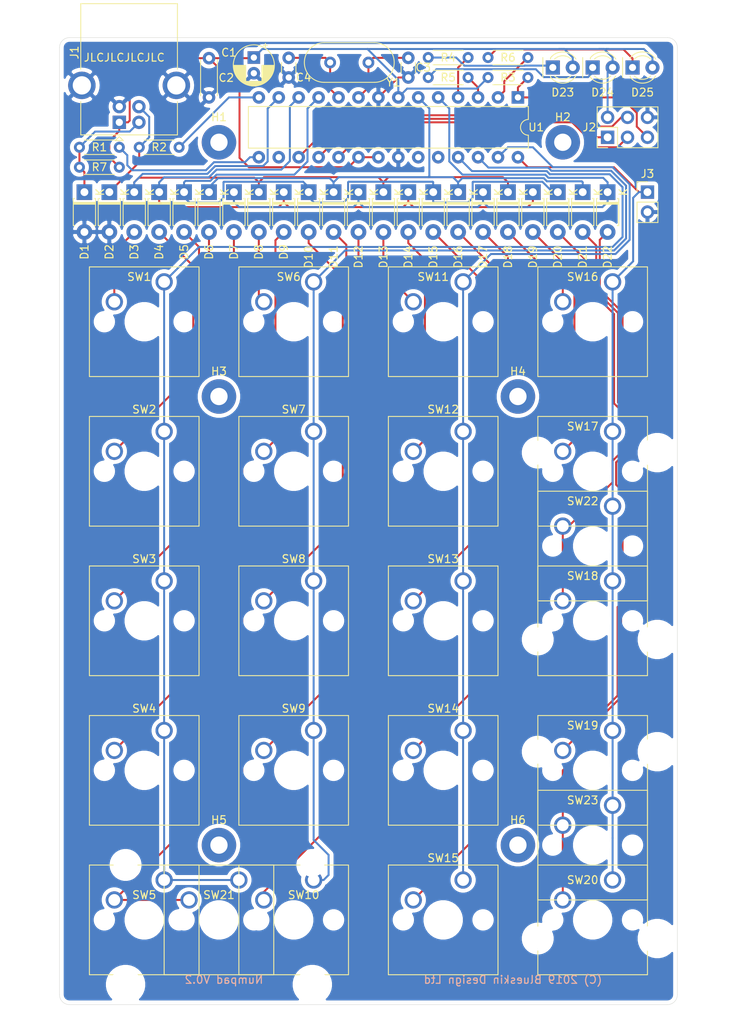
<source format=kicad_pcb>
(kicad_pcb (version 20171130) (host pcbnew 5.1.4+dfsg1-1~bpo10+1)
  (layers (0 F.Cu signal) (31 B.Cu signal) (34 B.Paste user) (35 F.Paste user) (36 B.SilkS user) (37 F.SilkS user) (38 B.Mask user) (39 F.Mask user) (44 Edge.Cuts user))
  (net 0 "")
  (net 1 GND)
  (net 2 +5V)
  (net 3 "Net-(C4-Pad2)")
  (net 4 "Net-(D1-Pad1)")
  (net 5 "Net-(D2-Pad1)")
  (net 6 "Net-(D3-Pad2)")
  (net 7 "Net-(D4-Pad2)")
  (net 8 "Net-(D5-Pad2)")
  (net 9 "Net-(D6-Pad2)")
  (net 10 "Net-(D7-Pad2)")
  (net 11 "Net-(D8-Pad2)")
  (net 12 "Net-(D9-Pad2)")
  (net 13 "Net-(D10-Pad2)")
  (net 14 "Net-(D11-Pad2)")
  (net 15 "Net-(D12-Pad2)")
  (net 16 "Net-(D13-Pad2)")
  (net 17 "Net-(D14-Pad2)")
  (net 18 "Net-(D15-Pad2)")
  (net 19 "Net-(D16-Pad2)")
  (net 20 "Net-(D17-Pad2)")
  (net 21 "Net-(D18-Pad2)")
  (net 22 "Net-(D19-Pad2)")
  (net 23 "Net-(D20-Pad2)")
  (net 24 "Net-(D21-Pad2)")
  (net 25 "Net-(D22-Pad2)")
  (net 26 /RESET)
  (net 27 /MOSI)
  (net 28 /SCK)
  (net 29 /MISO)
  (net 30 /D-)
  (net 31 /D+)
  (net 32 "Net-(U1-Pad16)")
  (net 33 "Net-(C3-Pad2)")
  (net 34 /ROW4)
  (net 35 /ROW3)
  (net 36 /ROW2)
  (net 37 /ROW1)
  (net 38 /ROW0)
  (net 39 /COL0)
  (net 40 /COL1)
  (net 41 /COL2)
  (net 42 /COL3)
  (net 43 "Net-(U1-Pad23)")
  (net 44 "Net-(U1-Pad24)")
  (net 45 "Net-(D23-Pad1)")
  (net 46 "Net-(D24-Pad1)")
  (net 47 "Net-(D25-Pad1)")
  (net 48 /LED_GREEN)
  (net 49 /LED_YELLOW)
  (net 50 /LED_RED)
  (module Button_Switch_Keyboard:SW_Cherry_MX1A_1.00u_PCB (layer F.Cu) (at 115.57 70.485)
    (fp_text reference SW16 (at -3.81 -0.635) (layer F.SilkS))
    (fp_text value SW_Push)
    (pad 1 thru_hole circle (at 0 0) (size 2.2 2.2) (drill 1.5) (layers *.Cu *.Mask) (net 42 /COL3))
    (pad 2 thru_hole circle (at -6.35 2.54) (size 2.2 2.2) (drill 1.5) (layers *.Cu *.Mask) (net 21 "Net-(D18-Pad2)"))
    (pad "" np_thru_hole circle (at -2.54 5.08) (size 4 4) (drill 4) (layers *.Cu *.Mask))
    (pad "" np_thru_hole circle (at -7.62 5.08) (size 1.7 1.7) (drill 1.7) (layers *.Cu *.Mask))
    (pad "" np_thru_hole circle (at 2.54 5.08) (size 1.7 1.7) (drill 1.7) (layers *.Cu *.Mask))
  )
  (module Button_Switch_Keyboard:SW_Cherry_MX1A_1.00u_PCB (layer F.Cu) (at 115.57 127.635)
    (fp_text reference SW19 (at -3.81 -0.635) (layer F.SilkS))
    (fp_text value SW_Push)
    (pad 1 thru_hole circle (at 0 0) (size 2.2 2.2) (drill 1.5) (layers *.Cu *.Mask) (net 42 /COL3))
    (pad 2 thru_hole circle (at -6.35 2.54) (size 2.2 2.2) (drill 1.5) (layers *.Cu *.Mask) (net 24 "Net-(D21-Pad2)"))
    (pad "" np_thru_hole circle (at -2.54 5.08) (size 4 4) (drill 4) (layers *.Cu *.Mask))
    (pad "" np_thru_hole circle (at -7.62 5.08) (size 1.7 1.7) (drill 1.7) (layers *.Cu *.Mask))
    (pad "" np_thru_hole circle (at 2.54 5.08) (size 1.7 1.7) (drill 1.7) (layers *.Cu *.Mask))
  )
  (module Button_Switch_Keyboard:SW_Cherry_MX1A_1.00u_PCB (layer F.Cu) (at 96.52 70.485)
    (fp_text reference SW11 (at -3.81 -0.635) (layer F.SilkS))
    (fp_text value SW_Push)
    (pad 1 thru_hole circle (at 0 0) (size 2.2 2.2) (drill 1.5) (layers *.Cu *.Mask) (net 41 /COL2))
    (pad 2 thru_hole circle (at -6.35 2.54) (size 2.2 2.2) (drill 1.5) (layers *.Cu *.Mask) (net 16 "Net-(D13-Pad2)"))
    (pad "" np_thru_hole circle (at -2.54 5.08) (size 4 4) (drill 4) (layers *.Cu *.Mask))
    (pad "" np_thru_hole circle (at -7.62 5.08) (size 1.7 1.7) (drill 1.7) (layers *.Cu *.Mask))
    (pad "" np_thru_hole circle (at 2.54 5.08) (size 1.7 1.7) (drill 1.7) (layers *.Cu *.Mask))
  )
  (module Diode_THT:D_T-1_P5.08mm_Horizontal (layer F.Cu) (at 92.71 59.055 270)
    (fp_text reference D15 (at 8.255 0 90) (layer F.SilkS))
    (fp_text value 1N4148)
    (fp_text user K (at 0 -2 90) (layer F.SilkS))
    (pad 2 thru_hole oval (at 5.08 0 270) (size 2 2) (drill 1) (layers *.Cu *.Mask) (net 18 "Net-(D15-Pad2)"))
    (pad 1 thru_hole rect (at 0 0 270) (size 2 2) (drill 1) (layers *.Cu *.Mask) (net 36 /ROW2))
  )
  (module Button_Switch_Keyboard:SW_Cherry_MX1A_1.00u_PCB (layer F.Cu) (at 58.42 89.535)
    (fp_text reference SW2 (at -2.54 -2.794) (layer F.SilkS))
    (fp_text value SW_Push)
    (pad 1 thru_hole circle (at 0 0) (size 2.2 2.2) (drill 1.5) (layers *.Cu *.Mask) (net 39 /COL0))
    (pad 2 thru_hole circle (at -6.35 2.54) (size 2.2 2.2) (drill 1.5) (layers *.Cu *.Mask) (net 7 "Net-(D4-Pad2)"))
    (pad "" np_thru_hole circle (at -2.54 5.08) (size 4 4) (drill 4) (layers *.Cu *.Mask))
    (pad "" np_thru_hole circle (at -7.62 5.08) (size 1.7 1.7) (drill 1.7) (layers *.Cu *.Mask))
    (pad "" np_thru_hole circle (at 2.54 5.08) (size 1.7 1.7) (drill 1.7) (layers *.Cu *.Mask))
  )
  (module Button_Switch_Keyboard:SW_Cherry_MX1A_1.00u_PCB (layer F.Cu) (at 77.47 70.485)
    (fp_text reference SW6 (at -3.175 -0.635) (layer F.SilkS))
    (fp_text value SW_Push)
    (pad 1 thru_hole circle (at 0 0) (size 2.2 2.2) (drill 1.5) (layers *.Cu *.Mask) (net 40 /COL1))
    (pad 2 thru_hole circle (at -6.35 2.54) (size 2.2 2.2) (drill 1.5) (layers *.Cu *.Mask) (net 11 "Net-(D8-Pad2)"))
    (pad "" np_thru_hole circle (at -2.54 5.08) (size 4 4) (drill 4) (layers *.Cu *.Mask))
    (pad "" np_thru_hole circle (at -7.62 5.08) (size 1.7 1.7) (drill 1.7) (layers *.Cu *.Mask))
    (pad "" np_thru_hole circle (at 2.54 5.08) (size 1.7 1.7) (drill 1.7) (layers *.Cu *.Mask))
  )
  (module Button_Switch_Keyboard:SW_Cherry_MX1A_1.00u_PCB (layer F.Cu) (at 58.42 70.485)
    (fp_text reference SW1 (at -3.175 -0.635) (layer F.SilkS))
    (fp_text value SW_Push)
    (pad 1 thru_hole circle (at 0 0) (size 2.2 2.2) (drill 1.5) (layers *.Cu *.Mask) (net 39 /COL0))
    (pad 2 thru_hole circle (at -6.35 2.54) (size 2.2 2.2) (drill 1.5) (layers *.Cu *.Mask) (net 6 "Net-(D3-Pad2)"))
    (pad "" np_thru_hole circle (at -2.54 5.08) (size 4 4) (drill 4) (layers *.Cu *.Mask))
    (pad "" np_thru_hole circle (at -7.62 5.08) (size 1.7 1.7) (drill 1.7) (layers *.Cu *.Mask))
    (pad "" np_thru_hole circle (at 2.54 5.08) (size 1.7 1.7) (drill 1.7) (layers *.Cu *.Mask))
  )
  (module MountingHole:MountingHole_2.2mm_M2_Pad (layer F.Cu) (at 103.505 142.24)
    (fp_text reference H6 (at 0 -3.2) (layer F.SilkS))
    (fp_text value MountingHole)
    (pad 1 thru_hole circle (at 0 0) (size 4.4 4.4) (drill 2.2) (layers *.Cu *.Mask))
  )
  (module MountingHole:MountingHole_2.2mm_M2_Pad (layer F.Cu) (at 65.405 142.24)
    (fp_text reference H5 (at 0 -3.2) (layer F.SilkS))
    (fp_text value MountingHole)
    (pad 1 thru_hole circle (at 0 0) (size 4.4 4.4) (drill 2.2) (layers *.Cu *.Mask))
  )
  (module MountingHole:MountingHole_2.2mm_M2_Pad (layer F.Cu) (at 103.505 85.09)
    (fp_text reference H4 (at 0 -3.2) (layer F.SilkS))
    (fp_text value MountingHole)
    (pad 1 thru_hole circle (at 0 0) (size 4.4 4.4) (drill 2.2) (layers *.Cu *.Mask))
  )
  (module MountingHole:MountingHole_2.2mm_M2_Pad (layer F.Cu) (at 65.405 85.09)
    (fp_text reference H3 (at 0 -3.2) (layer F.SilkS))
    (fp_text value MountingHole)
    (pad 1 thru_hole circle (at 0 0) (size 4.4 4.4) (drill 2.2) (layers *.Cu *.Mask))
  )
  (module MountingHole:MountingHole_2.2mm_M2_Pad (layer F.Cu) (at 109.22 52.705)
    (fp_text reference H2 (at 0 -3.2) (layer F.SilkS))
    (fp_text value MountingHole)
    (pad 1 thru_hole circle (at 0 0) (size 4.4 4.4) (drill 2.2) (layers *.Cu *.Mask))
  )
  (module MountingHole:MountingHole_2.2mm_M2_Pad (layer F.Cu) (at 65.405 52.705)
    (fp_text reference H1 (at 0 -3.2) (layer F.SilkS))
    (fp_text value MountingHole)
    (pad 1 thru_hole circle (at 0 0) (size 4.4 4.4) (drill 2.2) (layers *.Cu *.Mask))
  )
  (module Resistor_THT:R_Axial_DIN0204_L3.6mm_D1.6mm_P5.08mm_Horizontal (layer F.Cu) (at 47.625 55.88)
    (fp_text reference R7 (at 2.54 0) (layer F.SilkS))
    (fp_text value 1k5)
    (pad 2 thru_hole oval (at 5.08 0) (size 1.4 1.4) (drill 0.7) (layers *.Cu *.Mask) (net 2 +5V))
    (pad 1 thru_hole circle (at 0 0) (size 1.4 1.4) (drill 0.7) (layers *.Cu *.Mask) (net 4 "Net-(D1-Pad1)"))
  )
  (module Button_Switch_Keyboard:SW_Cherry_MX1A_1.00u_PCB (layer F.Cu) (at 96.52 146.685)
    (fp_text reference SW15 (at -2.54 -2.794) (layer F.SilkS))
    (fp_text value SW_Push)
    (pad 1 thru_hole circle (at 0 0) (size 2.2 2.2) (drill 1.5) (layers *.Cu *.Mask) (net 41 /COL2))
    (pad 2 thru_hole circle (at -6.35 2.54) (size 2.2 2.2) (drill 1.5) (layers *.Cu *.Mask) (net 20 "Net-(D17-Pad2)"))
    (pad "" np_thru_hole circle (at -2.54 5.08) (size 4 4) (drill 4) (layers *.Cu *.Mask))
    (pad "" np_thru_hole circle (at -7.62 5.08) (size 1.7 1.7) (drill 1.7) (layers *.Cu *.Mask))
    (pad "" np_thru_hole circle (at 2.54 5.08) (size 1.7 1.7) (drill 1.7) (layers *.Cu *.Mask))
  )
  (module Button_Switch_Keyboard:SW_Cherry_MX1A_2.00u_PCB (layer F.Cu) (at 67.945 146.685)
    (fp_text reference SW21 (at -2.54 1.905) (layer F.SilkS))
    (fp_text value SW_Push)
    (pad "" np_thru_hole circle (at 9.36 -1.92) (size 3.05 3.05) (drill 3.05) (layers *.Cu *.Mask))
    (pad "" np_thru_hole circle (at -14.44 -1.92) (size 3.05 3.05) (drill 3.05) (layers *.Cu *.Mask))
    (pad "" np_thru_hole circle (at -14.44 13.32) (size 4 4) (drill 4) (layers *.Cu *.Mask))
    (pad "" np_thru_hole circle (at 9.36 13.32) (size 4 4) (drill 4) (layers *.Cu *.Mask))
    (pad "" np_thru_hole circle (at 2.54 5.08) (size 1.7 1.7) (drill 1.7) (layers *.Cu *.Mask))
    (pad "" np_thru_hole circle (at -7.62 5.08) (size 1.7 1.7) (drill 1.7) (layers *.Cu *.Mask))
    (pad "" np_thru_hole circle (at -2.54 5.08) (size 4 4) (drill 4) (layers *.Cu *.Mask))
    (pad 2 thru_hole circle (at -6.35 2.54) (size 2.2 2.2) (drill 1.5) (layers *.Cu *.Mask) (net 10 "Net-(D7-Pad2)"))
    (pad 1 thru_hole circle (at 0 0) (size 2.2 2.2) (drill 1.5) (layers *.Cu *.Mask) (net 39 /COL0))
  )
  (module Button_Switch_Keyboard:SW_Cherry_MX1A_1.00u_PCB (layer F.Cu) (at 115.57 108.585)
    (fp_text reference SW18 (at -3.81 -0.635) (layer F.SilkS))
    (fp_text value SW_Push)
    (pad 1 thru_hole circle (at 0 0) (size 2.2 2.2) (drill 1.5) (layers *.Cu *.Mask) (net 42 /COL3))
    (pad 2 thru_hole circle (at -6.35 2.54) (size 2.2 2.2) (drill 1.5) (layers *.Cu *.Mask) (net 23 "Net-(D20-Pad2)"))
    (pad "" np_thru_hole circle (at -2.54 5.08) (size 4 4) (drill 4) (layers *.Cu *.Mask))
    (pad "" np_thru_hole circle (at -7.62 5.08) (size 1.7 1.7) (drill 1.7) (layers *.Cu *.Mask))
    (pad "" np_thru_hole circle (at 2.54 5.08) (size 1.7 1.7) (drill 1.7) (layers *.Cu *.Mask))
  )
  (module Button_Switch_Keyboard:SW_Cherry_MX1A_1.00u_PCB (layer F.Cu) (at 96.52 89.535)
    (fp_text reference SW12 (at -2.54 -2.794) (layer F.SilkS))
    (fp_text value SW_Push)
    (pad 1 thru_hole circle (at 0 0) (size 2.2 2.2) (drill 1.5) (layers *.Cu *.Mask) (net 41 /COL2))
    (pad 2 thru_hole circle (at -6.35 2.54) (size 2.2 2.2) (drill 1.5) (layers *.Cu *.Mask) (net 17 "Net-(D14-Pad2)"))
    (pad "" np_thru_hole circle (at -2.54 5.08) (size 4 4) (drill 4) (layers *.Cu *.Mask))
    (pad "" np_thru_hole circle (at -7.62 5.08) (size 1.7 1.7) (drill 1.7) (layers *.Cu *.Mask))
    (pad "" np_thru_hole circle (at 2.54 5.08) (size 1.7 1.7) (drill 1.7) (layers *.Cu *.Mask))
  )
  (module Button_Switch_Keyboard:SW_Cherry_MX1A_1.00u_PCB (layer F.Cu) (at 77.47 89.535)
    (fp_text reference SW7 (at -2.54 -2.794) (layer F.SilkS))
    (fp_text value SW_Push)
    (pad 1 thru_hole circle (at 0 0) (size 2.2 2.2) (drill 1.5) (layers *.Cu *.Mask) (net 40 /COL1))
    (pad 2 thru_hole circle (at -6.35 2.54) (size 2.2 2.2) (drill 1.5) (layers *.Cu *.Mask) (net 12 "Net-(D9-Pad2)"))
    (pad "" np_thru_hole circle (at -2.54 5.08) (size 4 4) (drill 4) (layers *.Cu *.Mask))
    (pad "" np_thru_hole circle (at -7.62 5.08) (size 1.7 1.7) (drill 1.7) (layers *.Cu *.Mask))
    (pad "" np_thru_hole circle (at 2.54 5.08) (size 1.7 1.7) (drill 1.7) (layers *.Cu *.Mask))
  )
  (module Button_Switch_Keyboard:SW_Cherry_MX1A_1.00u_PCB (layer F.Cu) (at 77.47 108.585)
    (fp_text reference SW8 (at -2.54 -2.794) (layer F.SilkS))
    (fp_text value SW_Push)
    (pad 1 thru_hole circle (at 0 0) (size 2.2 2.2) (drill 1.5) (layers *.Cu *.Mask) (net 40 /COL1))
    (pad 2 thru_hole circle (at -6.35 2.54) (size 2.2 2.2) (drill 1.5) (layers *.Cu *.Mask) (net 13 "Net-(D10-Pad2)"))
    (pad "" np_thru_hole circle (at -2.54 5.08) (size 4 4) (drill 4) (layers *.Cu *.Mask))
    (pad "" np_thru_hole circle (at -7.62 5.08) (size 1.7 1.7) (drill 1.7) (layers *.Cu *.Mask))
    (pad "" np_thru_hole circle (at 2.54 5.08) (size 1.7 1.7) (drill 1.7) (layers *.Cu *.Mask))
  )
  (module Button_Switch_Keyboard:SW_Cherry_MX1A_1.00u_PCB (layer F.Cu) (at 77.47 127.635)
    (fp_text reference SW9 (at -2.54 -2.794) (layer F.SilkS))
    (fp_text value SW_Push)
    (pad 1 thru_hole circle (at 0 0) (size 2.2 2.2) (drill 1.5) (layers *.Cu *.Mask) (net 40 /COL1))
    (pad 2 thru_hole circle (at -6.35 2.54) (size 2.2 2.2) (drill 1.5) (layers *.Cu *.Mask) (net 14 "Net-(D11-Pad2)"))
    (pad "" np_thru_hole circle (at -2.54 5.08) (size 4 4) (drill 4) (layers *.Cu *.Mask))
    (pad "" np_thru_hole circle (at -7.62 5.08) (size 1.7 1.7) (drill 1.7) (layers *.Cu *.Mask))
    (pad "" np_thru_hole circle (at 2.54 5.08) (size 1.7 1.7) (drill 1.7) (layers *.Cu *.Mask))
  )
  (module Button_Switch_Keyboard:SW_Cherry_MX1A_1.00u_PCB (layer F.Cu) (at 58.42 108.585)
    (fp_text reference SW3 (at -2.54 -2.794) (layer F.SilkS))
    (fp_text value SW_Push)
    (pad 1 thru_hole circle (at 0 0) (size 2.2 2.2) (drill 1.5) (layers *.Cu *.Mask) (net 39 /COL0))
    (pad 2 thru_hole circle (at -6.35 2.54) (size 2.2 2.2) (drill 1.5) (layers *.Cu *.Mask) (net 8 "Net-(D5-Pad2)"))
    (pad "" np_thru_hole circle (at -2.54 5.08) (size 4 4) (drill 4) (layers *.Cu *.Mask))
    (pad "" np_thru_hole circle (at -7.62 5.08) (size 1.7 1.7) (drill 1.7) (layers *.Cu *.Mask))
    (pad "" np_thru_hole circle (at 2.54 5.08) (size 1.7 1.7) (drill 1.7) (layers *.Cu *.Mask))
  )
  (module Button_Switch_Keyboard:SW_Cherry_MX1A_1.00u_PCB (layer F.Cu) (at 58.42 127.635)
    (fp_text reference SW4 (at -2.54 -2.794) (layer F.SilkS))
    (fp_text value SW_Push)
    (pad 1 thru_hole circle (at 0 0) (size 2.2 2.2) (drill 1.5) (layers *.Cu *.Mask) (net 39 /COL0))
    (pad 2 thru_hole circle (at -6.35 2.54) (size 2.2 2.2) (drill 1.5) (layers *.Cu *.Mask) (net 9 "Net-(D6-Pad2)"))
    (pad "" np_thru_hole circle (at -2.54 5.08) (size 4 4) (drill 4) (layers *.Cu *.Mask))
    (pad "" np_thru_hole circle (at -7.62 5.08) (size 1.7 1.7) (drill 1.7) (layers *.Cu *.Mask))
    (pad "" np_thru_hole circle (at 2.54 5.08) (size 1.7 1.7) (drill 1.7) (layers *.Cu *.Mask))
  )
  (module Button_Switch_Keyboard:SW_Cherry_MX1A_2.00u_Vertical_PCB (layer F.Cu) (at 115.57 137.16)
    (fp_text reference SW23 (at -3.81 -0.635) (layer F.SilkS))
    (fp_text value SW_Push)
    (pad "" np_thru_hole circle (at -9.54 -6.82) (size 3.05 3.05) (drill 3.05) (layers *.Cu *.Mask))
    (pad "" np_thru_hole circle (at -9.54 16.98) (size 3.05 3.05) (drill 3.05) (layers *.Cu *.Mask))
    (pad "" np_thru_hole circle (at 5.7 16.98) (size 4 4) (drill 4) (layers *.Cu *.Mask))
    (pad "" np_thru_hole circle (at 5.7 -6.82) (size 4 4) (drill 4) (layers *.Cu *.Mask))
    (pad "" np_thru_hole circle (at 2.54 5.08) (size 1.7 1.7) (drill 1.7) (layers *.Cu *.Mask))
    (pad "" np_thru_hole circle (at -7.62 5.08) (size 1.7 1.7) (drill 1.7) (layers *.Cu *.Mask))
    (pad "" np_thru_hole circle (at -2.54 5.08) (size 4 4) (drill 4) (layers *.Cu *.Mask))
    (pad 2 thru_hole circle (at -6.35 2.54) (size 2.2 2.2) (drill 1.5) (layers *.Cu *.Mask) (net 25 "Net-(D22-Pad2)"))
    (pad 1 thru_hole circle (at 0 0) (size 2.2 2.2) (drill 1.5) (layers *.Cu *.Mask) (net 42 /COL3))
  )
  (module Button_Switch_Keyboard:SW_Cherry_MX1A_2.00u_Vertical_PCB (layer F.Cu) (at 115.57 99.06)
    (fp_text reference SW22 (at -3.81 -0.635) (layer F.SilkS))
    (fp_text value SW_Push)
    (pad "" np_thru_hole circle (at -9.54 -6.82) (size 3.05 3.05) (drill 3.05) (layers *.Cu *.Mask))
    (pad "" np_thru_hole circle (at -9.54 16.98) (size 3.05 3.05) (drill 3.05) (layers *.Cu *.Mask))
    (pad "" np_thru_hole circle (at 5.7 16.98) (size 4 4) (drill 4) (layers *.Cu *.Mask))
    (pad "" np_thru_hole circle (at 5.7 -6.82) (size 4 4) (drill 4) (layers *.Cu *.Mask))
    (pad "" np_thru_hole circle (at 2.54 5.08) (size 1.7 1.7) (drill 1.7) (layers *.Cu *.Mask))
    (pad "" np_thru_hole circle (at -7.62 5.08) (size 1.7 1.7) (drill 1.7) (layers *.Cu *.Mask))
    (pad "" np_thru_hole circle (at -2.54 5.08) (size 4 4) (drill 4) (layers *.Cu *.Mask))
    (pad 2 thru_hole circle (at -6.35 2.54) (size 2.2 2.2) (drill 1.5) (layers *.Cu *.Mask) (net 23 "Net-(D20-Pad2)"))
    (pad 1 thru_hole circle (at 0 0) (size 2.2 2.2) (drill 1.5) (layers *.Cu *.Mask) (net 42 /COL3))
  )
  (module Connector_PinHeader_2.54mm:PinHeader_2x03_P2.54mm_Vertical (layer F.Cu) (at 114.935 52.07 90)
    (fp_text reference J2 (at 1.27 -2.33 180) (layer F.SilkS))
    (fp_text value AVR-ISP-6)
    (pad 6 thru_hole oval (at 2.54 5.08 90) (size 1.7 1.7) (drill 1) (layers *.Cu *.Mask) (net 1 GND))
    (pad 5 thru_hole oval (at 0 5.08 90) (size 1.7 1.7) (drill 1) (layers *.Cu *.Mask) (net 26 /RESET))
    (pad 4 thru_hole oval (at 2.54 2.54 90) (size 1.7 1.7) (drill 1) (layers *.Cu *.Mask) (net 27 /MOSI))
    (pad 3 thru_hole oval (at 0 2.54 90) (size 1.7 1.7) (drill 1) (layers *.Cu *.Mask) (net 28 /SCK))
    (pad 2 thru_hole oval (at 2.54 0 90) (size 1.7 1.7) (drill 1) (layers *.Cu *.Mask) (net 2 +5V))
    (pad 1 thru_hole rect (at 0 0 90) (size 1.7 1.7) (drill 1) (layers *.Cu *.Mask) (net 29 /MISO))
  )
  (module Resistor_THT:R_Axial_DIN0204_L3.6mm_D1.6mm_P5.08mm_Horizontal (layer F.Cu) (at 99.695 44.45)
    (fp_text reference R3 (at 2.54 0) (layer F.SilkS))
    (fp_text value 10k)
    (pad 2 thru_hole oval (at 5.08 0) (size 1.4 1.4) (drill 0.7) (layers *.Cu *.Mask) (net 26 /RESET))
    (pad 1 thru_hole circle (at 0 0) (size 1.4 1.4) (drill 0.7) (layers *.Cu *.Mask) (net 2 +5V))
  )
  (module Resistor_THT:R_Axial_DIN0204_L3.6mm_D1.6mm_P5.08mm_Horizontal (layer F.Cu) (at 92.075 44.45)
    (fp_text reference R5 (at 2.54 0) (layer F.SilkS))
    (fp_text value 120R)
    (pad 2 thru_hole oval (at 5.08 0) (size 1.4 1.4) (drill 0.7) (layers *.Cu *.Mask) (net 49 /LED_YELLOW))
    (pad 1 thru_hole circle (at 0 0) (size 1.4 1.4) (drill 0.7) (layers *.Cu *.Mask) (net 46 "Net-(D24-Pad1)"))
  )
  (module Package_DIP:DIP-28_W7.62mm (layer F.Cu) (at 103.505 46.99 270)
    (fp_text reference U1 (at 3.81 -2.33) (layer F.SilkS))
    (fp_text value ATmega328-PU)
    (pad 1 thru_hole rect (at 0 0 270) (size 1.6 1.6) (drill 0.8) (layers *.Cu *.Mask) (net 26 /RESET))
    (pad 15 thru_hole oval (at 7.62 33.02 270) (size 1.6 1.6) (drill 0.8) (layers *.Cu *.Mask) (net 30 /D-))
    (pad 2 thru_hole oval (at 0 2.54 270) (size 1.6 1.6) (drill 0.8) (layers *.Cu *.Mask) (net 50 /LED_RED))
    (pad 16 thru_hole oval (at 7.62 30.48 270) (size 1.6 1.6) (drill 0.8) (layers *.Cu *.Mask) (net 32 "Net-(U1-Pad16)"))
    (pad 3 thru_hole oval (at 0 5.08 270) (size 1.6 1.6) (drill 0.8) (layers *.Cu *.Mask) (net 49 /LED_YELLOW))
    (pad 17 thru_hole oval (at 7.62 27.94 270) (size 1.6 1.6) (drill 0.8) (layers *.Cu *.Mask) (net 27 /MOSI))
    (pad 4 thru_hole oval (at 0 7.62 270) (size 1.6 1.6) (drill 0.8) (layers *.Cu *.Mask) (net 48 /LED_GREEN))
    (pad 18 thru_hole oval (at 7.62 25.4 270) (size 1.6 1.6) (drill 0.8) (layers *.Cu *.Mask) (net 29 /MISO))
    (pad 5 thru_hole oval (at 0 10.16 270) (size 1.6 1.6) (drill 0.8) (layers *.Cu *.Mask) (net 38 /ROW0))
    (pad 19 thru_hole oval (at 7.62 22.86 270) (size 1.6 1.6) (drill 0.8) (layers *.Cu *.Mask) (net 28 /SCK))
    (pad 6 thru_hole oval (at 0 12.7 270) (size 1.6 1.6) (drill 0.8) (layers *.Cu *.Mask) (net 37 /ROW1))
    (pad 20 thru_hole oval (at 7.62 20.32 270) (size 1.6 1.6) (drill 0.8) (layers *.Cu *.Mask) (net 2 +5V))
    (pad 7 thru_hole oval (at 0 15.24 270) (size 1.6 1.6) (drill 0.8) (layers *.Cu *.Mask) (net 2 +5V))
    (pad 21 thru_hole oval (at 7.62 17.78 270) (size 1.6 1.6) (drill 0.8) (layers *.Cu *.Mask) (net 2 +5V))
    (pad 8 thru_hole oval (at 0 17.78 270) (size 1.6 1.6) (drill 0.8) (layers *.Cu *.Mask) (net 1 GND))
    (pad 22 thru_hole oval (at 7.62 15.24 270) (size 1.6 1.6) (drill 0.8) (layers *.Cu *.Mask) (net 1 GND))
    (pad 9 thru_hole oval (at 0 20.32 270) (size 1.6 1.6) (drill 0.8) (layers *.Cu *.Mask) (net 33 "Net-(C3-Pad2)"))
    (pad 23 thru_hole oval (at 7.62 12.7 270) (size 1.6 1.6) (drill 0.8) (layers *.Cu *.Mask) (net 43 "Net-(U1-Pad23)"))
    (pad 10 thru_hole oval (at 0 22.86 270) (size 1.6 1.6) (drill 0.8) (layers *.Cu *.Mask) (net 3 "Net-(C4-Pad2)"))
    (pad 24 thru_hole oval (at 7.62 10.16 270) (size 1.6 1.6) (drill 0.8) (layers *.Cu *.Mask) (net 44 "Net-(U1-Pad24)"))
    (pad 11 thru_hole oval (at 0 25.4 270) (size 1.6 1.6) (drill 0.8) (layers *.Cu *.Mask) (net 36 /ROW2))
    (pad 25 thru_hole oval (at 7.62 7.62 270) (size 1.6 1.6) (drill 0.8) (layers *.Cu *.Mask) (net 39 /COL0))
    (pad 12 thru_hole oval (at 0 27.94 270) (size 1.6 1.6) (drill 0.8) (layers *.Cu *.Mask) (net 35 /ROW3))
    (pad 26 thru_hole oval (at 7.62 5.08 270) (size 1.6 1.6) (drill 0.8) (layers *.Cu *.Mask) (net 40 /COL1))
    (pad 13 thru_hole oval (at 0 30.48 270) (size 1.6 1.6) (drill 0.8) (layers *.Cu *.Mask) (net 34 /ROW4))
    (pad 27 thru_hole oval (at 7.62 2.54 270) (size 1.6 1.6) (drill 0.8) (layers *.Cu *.Mask) (net 41 /COL2))
    (pad 14 thru_hole oval (at 0 33.02 270) (size 1.6 1.6) (drill 0.8) (layers *.Cu *.Mask) (net 31 /D+))
    (pad 28 thru_hole oval (at 7.62 0 270) (size 1.6 1.6) (drill 0.8) (layers *.Cu *.Mask) (net 42 /COL3))
  )
  (module Crystal:Crystal_HC49-4H_Vertical (layer F.Cu) (at 84.455 42.545 180)
    (fp_text reference Y1 (at -3.175 -2.54) (layer F.SilkS))
    (fp_text value 16Mhz)
    (pad 2 thru_hole circle (at 4.88 0 180) (size 1.5 1.5) (drill 0.8) (layers *.Cu *.Mask) (net 3 "Net-(C4-Pad2)"))
    (pad 1 thru_hole circle (at 0 0 180) (size 1.5 1.5) (drill 0.8) (layers *.Cu *.Mask) (net 33 "Net-(C3-Pad2)"))
  )
  (module Capacitor_THT:C_Disc_D3.0mm_W1.6mm_P2.50mm (layer F.Cu) (at 74.295 44.45 90)
    (fp_text reference C4 (at 0 1.905 180) (layer F.SilkS))
    (fp_text value 20p)
    (pad 2 thru_hole circle (at 2.5 0 90) (size 1.6 1.6) (drill 0.8) (layers *.Cu *.Mask) (net 3 "Net-(C4-Pad2)"))
    (pad 1 thru_hole circle (at 0 0 90) (size 1.6 1.6) (drill 0.8) (layers *.Cu *.Mask) (net 1 GND))
  )
  (module Connector_PinHeader_2.54mm:PinHeader_1x02_P2.54mm_Vertical (layer F.Cu) (at 120.015 59.055)
    (fp_text reference J3 (at 0 -2.33) (layer F.SilkS))
    (fp_text value Conn_01x02)
    (pad 2 thru_hole oval (at 0 2.54) (size 1.7 1.7) (drill 1) (layers *.Cu *.Mask) (net 1 GND))
    (pad 1 thru_hole rect (at 0 0) (size 1.7 1.7) (drill 1) (layers *.Cu *.Mask) (net 42 /COL3))
  )
  (module Capacitor_THT:C_Disc_D3.0mm_W1.6mm_P2.50mm (layer F.Cu) (at 89.535 44.45 90)
    (fp_text reference C3 (at 1.27 1.905 180) (layer F.SilkS))
    (fp_text value 20p)
    (pad 2 thru_hole circle (at 2.5 0 90) (size 1.6 1.6) (drill 0.8) (layers *.Cu *.Mask) (net 33 "Net-(C3-Pad2)"))
    (pad 1 thru_hole circle (at 0 0 90) (size 1.6 1.6) (drill 0.8) (layers *.Cu *.Mask) (net 1 GND))
  )
  (module Resistor_THT:R_Axial_DIN0204_L3.6mm_D1.6mm_P5.08mm_Horizontal (layer F.Cu) (at 47.625 53.34)
    (fp_text reference R1 (at 2.54 0) (layer F.SilkS))
    (fp_text value 67R)
    (pad 2 thru_hole oval (at 5.08 0) (size 1.4 1.4) (drill 0.7) (layers *.Cu *.Mask) (net 30 /D-))
    (pad 1 thru_hole circle (at 0 0) (size 1.4 1.4) (drill 0.7) (layers *.Cu *.Mask) (net 4 "Net-(D1-Pad1)"))
  )
  (module Diode_THT:D_T-1_P5.08mm_Horizontal (layer F.Cu) (at 86.36 59.055 270)
    (fp_text reference D13 (at 8.255 0 90) (layer F.SilkS))
    (fp_text value 1N4148)
    (fp_text user K (at 0 -2 90) (layer F.SilkS))
    (pad 2 thru_hole oval (at 5.08 0 270) (size 2 2) (drill 1) (layers *.Cu *.Mask) (net 16 "Net-(D13-Pad2)"))
    (pad 1 thru_hole rect (at 0 0 270) (size 2 2) (drill 1) (layers *.Cu *.Mask) (net 34 /ROW4))
  )
  (module Diode_THT:D_T-1_P5.08mm_Horizontal (layer F.Cu) (at 80.01 59.055 270)
    (fp_text reference D11 (at 8.255 0 90) (layer F.SilkS))
    (fp_text value 1N4148)
    (fp_text user K (at 0 -2 90) (layer F.SilkS))
    (pad 2 thru_hole oval (at 5.08 0 270) (size 2 2) (drill 1) (layers *.Cu *.Mask) (net 14 "Net-(D11-Pad2)"))
    (pad 1 thru_hole rect (at 0 0 270) (size 2 2) (drill 1) (layers *.Cu *.Mask) (net 37 /ROW1))
  )
  (module Connector_USB:USB_B_OST_USB-B1HSxx_Horizontal (layer F.Cu) (at 52.705 50.165 90)
    (fp_text reference J1 (at 8.89 -5.715 90) (layer F.SilkS))
    (fp_text value USB_B)
    (pad 5 thru_hole circle (at 4.71 7.27 90) (size 3.5 3.5) (drill 2.33) (layers *.Cu *.Mask) (net 1 GND))
    (pad 5 thru_hole circle (at 4.71 -4.77 90) (size 3.5 3.5) (drill 2.33) (layers *.Cu *.Mask) (net 1 GND))
    (pad 4 thru_hole circle (at 2 0 90) (size 1.7 1.7) (drill 0.92) (layers *.Cu *.Mask) (net 1 GND))
    (pad 3 thru_hole circle (at 2 2.5 90) (size 1.7 1.7) (drill 0.92) (layers *.Cu *.Mask) (net 5 "Net-(D2-Pad1)"))
    (pad 2 thru_hole circle (at 0 2.5 90) (size 1.7 1.7) (drill 0.92) (layers *.Cu *.Mask) (net 4 "Net-(D1-Pad1)"))
    (pad 1 thru_hole rect (at 0 0 90) (size 1.7 1.7) (drill 0.92) (layers *.Cu *.Mask) (net 2 +5V))
  )
  (module Diode_THT:D_T-1_P5.08mm_Horizontal (layer F.Cu) (at 102.235 59.055 270)
    (fp_text reference D18 (at 8.255 0 90) (layer F.SilkS))
    (fp_text value 1N4148)
    (fp_text user K (at 0 -2 90) (layer F.SilkS))
    (pad 2 thru_hole oval (at 5.08 0 270) (size 2 2) (drill 1) (layers *.Cu *.Mask) (net 21 "Net-(D18-Pad2)"))
    (pad 1 thru_hole rect (at 0 0 270) (size 2 2) (drill 1) (layers *.Cu *.Mask) (net 34 /ROW4))
  )
  (module Diode_THT:D_T-1_P5.08mm_Horizontal (layer F.Cu) (at 57.785 59.055 270)
    (fp_text reference D4 (at 7.62 0 90) (layer F.SilkS))
    (fp_text value 1N4148)
    (fp_text user K (at 0 -2 90) (layer F.SilkS))
    (pad 2 thru_hole oval (at 5.08 0 270) (size 2 2) (drill 1) (layers *.Cu *.Mask) (net 7 "Net-(D4-Pad2)"))
    (pad 1 thru_hole rect (at 0 0 270) (size 2 2) (drill 1) (layers *.Cu *.Mask) (net 35 /ROW3))
  )
  (module Button_Switch_Keyboard:SW_Cherry_MX1A_1.00u_PCB (layer F.Cu) (at 115.57 146.685)
    (fp_text reference SW20 (at -3.81 0) (layer F.SilkS))
    (fp_text value SW_Push)
    (pad 1 thru_hole circle (at 0 0) (size 2.2 2.2) (drill 1.5) (layers *.Cu *.Mask) (net 42 /COL3))
    (pad 2 thru_hole circle (at -6.35 2.54) (size 2.2 2.2) (drill 1.5) (layers *.Cu *.Mask) (net 25 "Net-(D22-Pad2)"))
    (pad "" np_thru_hole circle (at -2.54 5.08) (size 4 4) (drill 4) (layers *.Cu *.Mask))
    (pad "" np_thru_hole circle (at -7.62 5.08) (size 1.7 1.7) (drill 1.7) (layers *.Cu *.Mask))
    (pad "" np_thru_hole circle (at 2.54 5.08) (size 1.7 1.7) (drill 1.7) (layers *.Cu *.Mask))
  )
  (module Button_Switch_Keyboard:SW_Cherry_MX1A_1.00u_PCB (layer F.Cu) (at 115.57 89.535)
    (fp_text reference SW17 (at -3.81 -0.635) (layer F.SilkS))
    (fp_text value SW_Push)
    (pad 1 thru_hole circle (at 0 0) (size 2.2 2.2) (drill 1.5) (layers *.Cu *.Mask) (net 42 /COL3))
    (pad 2 thru_hole circle (at -6.35 2.54) (size 2.2 2.2) (drill 1.5) (layers *.Cu *.Mask) (net 22 "Net-(D19-Pad2)"))
    (pad "" np_thru_hole circle (at -2.54 5.08) (size 4 4) (drill 4) (layers *.Cu *.Mask))
    (pad "" np_thru_hole circle (at -7.62 5.08) (size 1.7 1.7) (drill 1.7) (layers *.Cu *.Mask))
    (pad "" np_thru_hole circle (at 2.54 5.08) (size 1.7 1.7) (drill 1.7) (layers *.Cu *.Mask))
  )
  (module Button_Switch_Keyboard:SW_Cherry_MX1A_1.00u_PCB (layer F.Cu) (at 96.52 127.635)
    (fp_text reference SW14 (at -2.54 -2.794) (layer F.SilkS))
    (fp_text value SW_Push)
    (pad 1 thru_hole circle (at 0 0) (size 2.2 2.2) (drill 1.5) (layers *.Cu *.Mask) (net 41 /COL2))
    (pad 2 thru_hole circle (at -6.35 2.54) (size 2.2 2.2) (drill 1.5) (layers *.Cu *.Mask) (net 19 "Net-(D16-Pad2)"))
    (pad "" np_thru_hole circle (at -2.54 5.08) (size 4 4) (drill 4) (layers *.Cu *.Mask))
    (pad "" np_thru_hole circle (at -7.62 5.08) (size 1.7 1.7) (drill 1.7) (layers *.Cu *.Mask))
    (pad "" np_thru_hole circle (at 2.54 5.08) (size 1.7 1.7) (drill 1.7) (layers *.Cu *.Mask))
  )
  (module Button_Switch_Keyboard:SW_Cherry_MX1A_1.00u_PCB (layer F.Cu) (at 96.52 108.585)
    (fp_text reference SW13 (at -2.54 -2.794) (layer F.SilkS))
    (fp_text value SW_Push)
    (pad 1 thru_hole circle (at 0 0) (size 2.2 2.2) (drill 1.5) (layers *.Cu *.Mask) (net 41 /COL2))
    (pad 2 thru_hole circle (at -6.35 2.54) (size 2.2 2.2) (drill 1.5) (layers *.Cu *.Mask) (net 18 "Net-(D15-Pad2)"))
    (pad "" np_thru_hole circle (at -2.54 5.08) (size 4 4) (drill 4) (layers *.Cu *.Mask))
    (pad "" np_thru_hole circle (at -7.62 5.08) (size 1.7 1.7) (drill 1.7) (layers *.Cu *.Mask))
    (pad "" np_thru_hole circle (at 2.54 5.08) (size 1.7 1.7) (drill 1.7) (layers *.Cu *.Mask))
  )
  (module Button_Switch_Keyboard:SW_Cherry_MX1A_1.00u_PCB (layer F.Cu) (at 77.47 146.685)
    (fp_text reference SW10 (at -1.27 1.905) (layer F.SilkS))
    (fp_text value SW_Push)
    (pad 1 thru_hole circle (at 0 0) (size 2.2 2.2) (drill 1.5) (layers *.Cu *.Mask) (net 40 /COL1))
    (pad 2 thru_hole circle (at -6.35 2.54) (size 2.2 2.2) (drill 1.5) (layers *.Cu *.Mask) (net 15 "Net-(D12-Pad2)"))
    (pad "" np_thru_hole circle (at -2.54 5.08) (size 4 4) (drill 4) (layers *.Cu *.Mask))
    (pad "" np_thru_hole circle (at -7.62 5.08) (size 1.7 1.7) (drill 1.7) (layers *.Cu *.Mask))
    (pad "" np_thru_hole circle (at 2.54 5.08) (size 1.7 1.7) (drill 1.7) (layers *.Cu *.Mask))
  )
  (module Button_Switch_Keyboard:SW_Cherry_MX1A_1.00u_PCB (layer F.Cu) (at 58.42 146.685)
    (fp_text reference SW5 (at -2.54 1.905) (layer F.SilkS))
    (fp_text value SW_Push)
    (pad 1 thru_hole circle (at 0 0) (size 2.2 2.2) (drill 1.5) (layers *.Cu *.Mask) (net 39 /COL0))
    (pad 2 thru_hole circle (at -6.35 2.54) (size 2.2 2.2) (drill 1.5) (layers *.Cu *.Mask) (net 10 "Net-(D7-Pad2)"))
    (pad "" np_thru_hole circle (at -2.54 5.08) (size 4 4) (drill 4) (layers *.Cu *.Mask))
    (pad "" np_thru_hole circle (at -7.62 5.08) (size 1.7 1.7) (drill 1.7) (layers *.Cu *.Mask))
    (pad "" np_thru_hole circle (at 2.54 5.08) (size 1.7 1.7) (drill 1.7) (layers *.Cu *.Mask))
  )
  (module Resistor_THT:R_Axial_DIN0204_L3.6mm_D1.6mm_P5.08mm_Horizontal (layer F.Cu) (at 99.695 41.91)
    (fp_text reference R6 (at 2.54 0) (layer F.SilkS))
    (fp_text value 120R)
    (pad 2 thru_hole oval (at 5.08 0) (size 1.4 1.4) (drill 0.7) (layers *.Cu *.Mask) (net 50 /LED_RED))
    (pad 1 thru_hole circle (at 0 0) (size 1.4 1.4) (drill 0.7) (layers *.Cu *.Mask) (net 47 "Net-(D25-Pad1)"))
  )
  (module Resistor_THT:R_Axial_DIN0204_L3.6mm_D1.6mm_P5.08mm_Horizontal (layer F.Cu) (at 92.075 41.91)
    (fp_text reference R4 (at 2.54 0) (layer F.SilkS))
    (fp_text value 120R)
    (pad 2 thru_hole oval (at 5.08 0) (size 1.4 1.4) (drill 0.7) (layers *.Cu *.Mask) (net 48 /LED_GREEN))
    (pad 1 thru_hole circle (at 0 0) (size 1.4 1.4) (drill 0.7) (layers *.Cu *.Mask) (net 45 "Net-(D23-Pad1)"))
  )
  (module Resistor_THT:R_Axial_DIN0204_L3.6mm_D1.6mm_P5.08mm_Horizontal (layer F.Cu) (at 55.245 53.34)
    (fp_text reference R2 (at 2.54 0) (layer F.SilkS))
    (fp_text value 67R)
    (pad 2 thru_hole oval (at 5.08 0) (size 1.4 1.4) (drill 0.7) (layers *.Cu *.Mask) (net 31 /D+))
    (pad 1 thru_hole circle (at 0 0) (size 1.4 1.4) (drill 0.7) (layers *.Cu *.Mask) (net 5 "Net-(D2-Pad1)"))
  )
  (module LED_THT:LED_D3.0mm_Clear (layer F.Cu) (at 118.11 43.18)
    (fp_text reference D25 (at 1.27 3.175) (layer F.SilkS))
    (fp_text value LED)
    (pad 2 thru_hole circle (at 2.54 0) (size 1.8 1.8) (drill 0.9) (layers *.Cu *.Mask) (net 2 +5V))
    (pad 1 thru_hole rect (at 0 0) (size 1.8 1.8) (drill 0.9) (layers *.Cu *.Mask) (net 47 "Net-(D25-Pad1)"))
  )
  (module LED_THT:LED_D3.0mm_Clear (layer F.Cu) (at 113.03 43.18)
    (fp_text reference D24 (at 1.27 3.175) (layer F.SilkS))
    (fp_text value LED)
    (pad 2 thru_hole circle (at 2.54 0) (size 1.8 1.8) (drill 0.9) (layers *.Cu *.Mask) (net 2 +5V))
    (pad 1 thru_hole rect (at 0 0) (size 1.8 1.8) (drill 0.9) (layers *.Cu *.Mask) (net 46 "Net-(D24-Pad1)"))
  )
  (module LED_THT:LED_D3.0mm_Clear (layer F.Cu) (at 107.95 43.18)
    (fp_text reference D23 (at 1.27 3.175) (layer F.SilkS))
    (fp_text value LED)
    (pad 2 thru_hole circle (at 2.54 0) (size 1.8 1.8) (drill 0.9) (layers *.Cu *.Mask) (net 2 +5V))
    (pad 1 thru_hole rect (at 0 0) (size 1.8 1.8) (drill 0.9) (layers *.Cu *.Mask) (net 45 "Net-(D23-Pad1)"))
  )
  (module Diode_THT:D_T-1_P5.08mm_Horizontal (layer F.Cu) (at 114.935 59.055 270)
    (fp_text reference D22 (at 8.255 0 90) (layer F.SilkS))
    (fp_text value 1N4148)
    (fp_text user K (at 0 -2 90) (layer F.SilkS))
    (pad 2 thru_hole oval (at 5.08 0 270) (size 2 2) (drill 1) (layers *.Cu *.Mask) (net 25 "Net-(D22-Pad2)"))
    (pad 1 thru_hole rect (at 0 0 270) (size 2 2) (drill 1) (layers *.Cu *.Mask) (net 38 /ROW0))
  )
  (module Diode_THT:D_T-1_P5.08mm_Horizontal (layer F.Cu) (at 111.76 59.055 270)
    (fp_text reference D21 (at 8.255 0 90) (layer F.SilkS))
    (fp_text value 1N4148)
    (fp_text user K (at 0 -2 90) (layer F.SilkS))
    (pad 2 thru_hole oval (at 5.08 0 270) (size 2 2) (drill 1) (layers *.Cu *.Mask) (net 24 "Net-(D21-Pad2)"))
    (pad 1 thru_hole rect (at 0 0 270) (size 2 2) (drill 1) (layers *.Cu *.Mask) (net 37 /ROW1))
  )
  (module Diode_THT:D_T-1_P5.08mm_Horizontal (layer F.Cu) (at 108.585 59.055 270)
    (fp_text reference D20 (at 8.255 0 90) (layer F.SilkS))
    (fp_text value 1N4148)
    (fp_text user K (at 0 -2 90) (layer F.SilkS))
    (pad 2 thru_hole oval (at 5.08 0 270) (size 2 2) (drill 1) (layers *.Cu *.Mask) (net 23 "Net-(D20-Pad2)"))
    (pad 1 thru_hole rect (at 0 0 270) (size 2 2) (drill 1) (layers *.Cu *.Mask) (net 36 /ROW2))
  )
  (module Diode_THT:D_T-1_P5.08mm_Horizontal (layer F.Cu) (at 105.41 59.055 270)
    (fp_text reference D19 (at 8.255 0 90) (layer F.SilkS))
    (fp_text value 1N4148)
    (fp_text user K (at 0 -2 90) (layer F.SilkS))
    (pad 2 thru_hole oval (at 5.08 0 270) (size 2 2) (drill 1) (layers *.Cu *.Mask) (net 22 "Net-(D19-Pad2)"))
    (pad 1 thru_hole rect (at 0 0 270) (size 2 2) (drill 1) (layers *.Cu *.Mask) (net 35 /ROW3))
  )
  (module Diode_THT:D_T-1_P5.08mm_Horizontal (layer F.Cu) (at 99.06 59.055 270)
    (fp_text reference D17 (at 8.255 0 90) (layer F.SilkS))
    (fp_text value 1N4148)
    (fp_text user K (at 0 -2 90) (layer F.SilkS))
    (pad 2 thru_hole oval (at 5.08 0 270) (size 2 2) (drill 1) (layers *.Cu *.Mask) (net 20 "Net-(D17-Pad2)"))
    (pad 1 thru_hole rect (at 0 0 270) (size 2 2) (drill 1) (layers *.Cu *.Mask) (net 38 /ROW0))
  )
  (module Diode_THT:D_T-1_P5.08mm_Horizontal (layer F.Cu) (at 95.885 59.055 270)
    (fp_text reference D16 (at 8.255 0 90) (layer F.SilkS))
    (fp_text value 1N4148)
    (fp_text user K (at 0 -2 90) (layer F.SilkS))
    (pad 2 thru_hole oval (at 5.08 0 270) (size 2 2) (drill 1) (layers *.Cu *.Mask) (net 19 "Net-(D16-Pad2)"))
    (pad 1 thru_hole rect (at 0 0 270) (size 2 2) (drill 1) (layers *.Cu *.Mask) (net 37 /ROW1))
  )
  (module Diode_THT:D_T-1_P5.08mm_Horizontal (layer F.Cu) (at 89.535 59.055 270)
    (fp_text reference D14 (at 8.255 0 90) (layer F.SilkS))
    (fp_text value 1N4148)
    (fp_text user K (at 0 -2 90) (layer F.SilkS))
    (pad 2 thru_hole oval (at 5.08 0 270) (size 2 2) (drill 1) (layers *.Cu *.Mask) (net 17 "Net-(D14-Pad2)"))
    (pad 1 thru_hole rect (at 0 0 270) (size 2 2) (drill 1) (layers *.Cu *.Mask) (net 35 /ROW3))
  )
  (module Diode_THT:D_T-1_P5.08mm_Horizontal (layer F.Cu) (at 83.185 59.055 270)
    (fp_text reference D12 (at 8.255 0 90) (layer F.SilkS))
    (fp_text value 1N4148)
    (fp_text user K (at 0 -2 90) (layer F.SilkS))
    (pad 2 thru_hole oval (at 5.08 0 270) (size 2 2) (drill 1) (layers *.Cu *.Mask) (net 15 "Net-(D12-Pad2)"))
    (pad 1 thru_hole rect (at 0 0 270) (size 2 2) (drill 1) (layers *.Cu *.Mask) (net 38 /ROW0))
  )
  (module Diode_THT:D_T-1_P5.08mm_Horizontal (layer F.Cu) (at 76.835 59.055 270)
    (fp_text reference D10 (at 8.255 0 90) (layer F.SilkS))
    (fp_text value 1N4148)
    (fp_text user K (at 0 -2 90) (layer F.SilkS))
    (pad 2 thru_hole oval (at 5.08 0 270) (size 2 2) (drill 1) (layers *.Cu *.Mask) (net 13 "Net-(D10-Pad2)"))
    (pad 1 thru_hole rect (at 0 0 270) (size 2 2) (drill 1) (layers *.Cu *.Mask) (net 36 /ROW2))
  )
  (module Diode_THT:D_T-1_P5.08mm_Horizontal (layer F.Cu) (at 73.66 59.055 270)
    (fp_text reference D9 (at 7.62 0 90) (layer F.SilkS))
    (fp_text value 1N4148)
    (fp_text user K (at 0 -2 90) (layer F.SilkS))
    (pad 2 thru_hole oval (at 5.08 0 270) (size 2 2) (drill 1) (layers *.Cu *.Mask) (net 12 "Net-(D9-Pad2)"))
    (pad 1 thru_hole rect (at 0 0 270) (size 2 2) (drill 1) (layers *.Cu *.Mask) (net 35 /ROW3))
  )
  (module Diode_THT:D_T-1_P5.08mm_Horizontal (layer F.Cu) (at 70.485 59.055 270)
    (fp_text reference D8 (at 7.62 0 90) (layer F.SilkS))
    (fp_text value 1N4148)
    (fp_text user K (at 0 -2 90) (layer F.SilkS))
    (pad 2 thru_hole oval (at 5.08 0 270) (size 2 2) (drill 1) (layers *.Cu *.Mask) (net 11 "Net-(D8-Pad2)"))
    (pad 1 thru_hole rect (at 0 0 270) (size 2 2) (drill 1) (layers *.Cu *.Mask) (net 34 /ROW4))
  )
  (module Diode_THT:D_T-1_P5.08mm_Horizontal (layer F.Cu) (at 67.31 59.055 270)
    (fp_text reference D7 (at 7.62 0 90) (layer F.SilkS))
    (fp_text value 1N4148)
    (fp_text user K (at 0 -2 90) (layer F.SilkS))
    (pad 2 thru_hole oval (at 5.08 0 270) (size 2 2) (drill 1) (layers *.Cu *.Mask) (net 10 "Net-(D7-Pad2)"))
    (pad 1 thru_hole rect (at 0 0 270) (size 2 2) (drill 1) (layers *.Cu *.Mask) (net 38 /ROW0))
  )
  (module Diode_THT:D_T-1_P5.08mm_Horizontal (layer F.Cu) (at 64.135 59.055 270)
    (fp_text reference D6 (at 7.62 0 90) (layer F.SilkS))
    (fp_text value 1N4148)
    (fp_text user K (at 0 -2 90) (layer F.SilkS))
    (pad 2 thru_hole oval (at 5.08 0 270) (size 2 2) (drill 1) (layers *.Cu *.Mask) (net 9 "Net-(D6-Pad2)"))
    (pad 1 thru_hole rect (at 0 0 270) (size 2 2) (drill 1) (layers *.Cu *.Mask) (net 37 /ROW1))
  )
  (module Diode_THT:D_T-1_P5.08mm_Horizontal (layer F.Cu) (at 60.96 59.055 270)
    (fp_text reference D5 (at 7.62 0 90) (layer F.SilkS))
    (fp_text value 1N4148)
    (fp_text user K (at 0 -2 90) (layer F.SilkS))
    (pad 2 thru_hole oval (at 5.08 0 270) (size 2 2) (drill 1) (layers *.Cu *.Mask) (net 8 "Net-(D5-Pad2)"))
    (pad 1 thru_hole rect (at 0 0 270) (size 2 2) (drill 1) (layers *.Cu *.Mask) (net 36 /ROW2))
  )
  (module Diode_THT:D_T-1_P5.08mm_Horizontal (layer F.Cu) (at 54.61 59.055 270)
    (fp_text reference D3 (at 7.62 0 90) (layer F.SilkS))
    (fp_text value 1N4148)
    (fp_text user K (at 0 -2 90) (layer F.SilkS))
    (pad 2 thru_hole oval (at 5.08 0 270) (size 2 2) (drill 1) (layers *.Cu *.Mask) (net 6 "Net-(D3-Pad2)"))
    (pad 1 thru_hole rect (at 0 0 270) (size 2 2) (drill 1) (layers *.Cu *.Mask) (net 34 /ROW4))
  )
  (module Diode_THT:D_T-1_P5.08mm_Horizontal (layer F.Cu) (at 51.435 59.055 270)
    (fp_text reference D2 (at 7.62 0 90) (layer F.SilkS))
    (fp_text value 3V6)
    (fp_text user K (at 0 -2 90) (layer F.SilkS))
    (pad 2 thru_hole oval (at 5.08 0 270) (size 2 2) (drill 1) (layers *.Cu *.Mask) (net 1 GND))
    (pad 1 thru_hole rect (at 0 0 270) (size 2 2) (drill 1) (layers *.Cu *.Mask) (net 5 "Net-(D2-Pad1)"))
  )
  (module Diode_THT:D_T-1_P5.08mm_Horizontal (layer F.Cu) (at 48.26 59.055 270)
    (fp_text reference D1 (at 7.62 0 90) (layer F.SilkS))
    (fp_text value 3V6)
    (fp_text user K (at 0 -2 90) (layer F.SilkS))
    (pad 2 thru_hole oval (at 5.08 0 270) (size 2 2) (drill 1) (layers *.Cu *.Mask) (net 1 GND))
    (pad 1 thru_hole rect (at 0 0 270) (size 2 2) (drill 1) (layers *.Cu *.Mask) (net 4 "Net-(D1-Pad1)"))
  )
  (module Capacitor_THT:C_Disc_D4.3mm_W1.9mm_P5.00mm (layer F.Cu) (at 64.135 41.99 270)
    (fp_text reference C2 (at 2.5 -2.2 180) (layer F.SilkS))
    (fp_text value 100n)
    (pad 2 thru_hole circle (at 5 0 270) (size 1.6 1.6) (drill 0.8) (layers *.Cu *.Mask) (net 1 GND))
    (pad 1 thru_hole circle (at 0 0 270) (size 1.6 1.6) (drill 0.8) (layers *.Cu *.Mask) (net 2 +5V))
  )
  (module Capacitor_THT:CP_Radial_D5.0mm_P2.00mm (layer F.Cu) (at 69.85 41.91 270)
    (fp_text reference C1 (at -0.635 3.175 180) (layer F.SilkS))
    (fp_text value 10u)
    (pad 1 thru_hole rect (at 0 0 270) (size 1.6 1.6) (drill 0.8) (layers *.Cu *.Mask) (net 2 +5V))
    (pad 2 thru_hole circle (at 2 0 270) (size 1.6 1.6) (drill 0.8) (layers *.Cu *.Mask) (net 1 GND))
  )
  (gr_line (start 116.84 41.91) (end 116.84 44.45) (layer F.SilkS) (width 0.12))
  (gr_line (start 111.76 41.91) (end 111.76 44.45) (layer F.SilkS) (width 0.12))
  (gr_line (start 106.68 41.91) (end 106.68 44.45) (layer F.SilkS) (width 0.12))
  (gr_arc (start 46.355 161.29) (end 45.085 161.29) (angle -90) (layer Edge.Cuts) (width 0.05))
  (gr_arc (start 122.555 161.29) (end 122.555 162.56) (angle -90) (layer Edge.Cuts) (width 0.05))
  (gr_arc (start 122.555 40.64) (end 123.825 40.64) (angle -90) (layer Edge.Cuts) (width 0.05))
  (gr_arc (start 46.355 40.64) (end 46.355 39.37) (angle -90) (layer Edge.Cuts) (width 0.05))
  (gr_text JLCJLCJLCJLC (at 53.34 41.91) (layer F.SilkS) (effects (font (size 1 1))))
  (gr_text "Numpad V0.2" (at 66.04 159.385) (layer B.SilkS) (effects (font (size 1 1)) (justify mirror)))
  (gr_text "(C) 2019 Blueskin Design Ltd" (at 102.87 159.385) (layer B.SilkS) (effects (font (size 1 1)) (justify mirror)))
  (gr_line (start 122.555 39.37) (end 46.355 39.37) (layer Edge.Cuts) (width 0.05))
  (gr_line (start 123.825 161.29) (end 123.825 40.64) (layer Edge.Cuts) (width 0.05))
  (gr_line (start 46.355 162.56) (end 122.555 162.56) (layer Edge.Cuts) (width 0.05))
  (gr_line (start 45.085 40.64) (end 45.085 161.29) (layer Edge.Cuts) (width 0.05))
  (segment (start 85.725 46.99) (end 85.725 49.53) (width 0.25) (layer B.Cu) (net 1))
  (segment (start 88.265 52.07) (end 88.265 54.61) (width 0.25) (layer B.Cu) (net 1))
  (segment (start 85.725 49.53) (end 88.265 52.07) (width 0.25) (layer B.Cu) (net 1))
  (segment (start 88.265 44.45) (end 85.725 46.99) (width 0.25) (layer F.Cu) (net 1))
  (segment (start 88.265 44.45) (end 89.535 44.45) (width 0.25) (layer F.Cu) (net 1))
  (segment (start 83.185 54.61) (end 85.725 54.61) (width 0.25) (layer F.Cu) (net 2))
  (segment (start 69.77 41.99) (end 69.85 41.91) (width 0.25) (layer F.Cu) (net 2))
  (segment (start 64.135 41.99) (end 69.77 41.99) (width 0.25) (layer F.Cu) (net 2))
  (segment (start 59.045998 41.99) (end 64.135 41.99) (width 0.25) (layer F.Cu) (net 2))
  (segment (start 70.935001 40.824999) (end 69.85 41.91) (width 0.25) (layer B.Cu) (net 2))
  (segment (start 84.326001 40.824999) (end 70.935001 40.824999) (width 0.25) (layer B.Cu) (net 2))
  (segment (start 88.265 46.99) (end 88.265 44.763998) (width 0.25) (layer B.Cu) (net 2))
  (segment (start 88.265 44.763998) (end 84.326001 40.824999) (width 0.25) (layer B.Cu) (net 2))
  (segment (start 68.025 45.88) (end 64.135 41.99) (width 0.25) (layer F.Cu) (net 2))
  (segment (start 68.025 54.69) (end 68.025 45.88) (width 0.25) (layer F.Cu) (net 2))
  (segment (start 69.215 55.88) (end 68.025 54.69) (width 0.25) (layer F.Cu) (net 2))
  (segment (start 83.185 54.61) (end 81.915 55.88) (width 0.25) (layer F.Cu) (net 2))
  (segment (start 81.915 55.88) (end 69.215 55.88) (width 0.25) (layer F.Cu) (net 2))
  (segment (start 84.326001 40.824999) (end 108.744599 40.824999) (width 0.25) (layer B.Cu) (net 2))
  (segment (start 114.750001 40.824999) (end 115.094599 40.824999) (width 0.25) (layer B.Cu) (net 2))
  (segment (start 98.280001 45.864999) (end 99.695 44.45) (width 0.25) (layer B.Cu) (net 2))
  (segment (start 88.265 46.99) (end 89.390001 45.864999) (width 0.25) (layer B.Cu) (net 2))
  (segment (start 89.390001 45.864999) (end 98.280001 45.864999) (width 0.25) (layer B.Cu) (net 2))
  (segment (start 113.849999 40.824999) (end 114.750001 40.824999) (width 0.25) (layer B.Cu) (net 2))
  (segment (start 108.744599 40.824999) (end 113.849999 40.824999) (width 0.25) (layer B.Cu) (net 2))
  (segment (start 120.65 41.91) (end 120.65 43.18) (width 0.25) (layer B.Cu) (net 2))
  (segment (start 114.750001 40.824999) (end 119.564999 40.824999) (width 0.25) (layer B.Cu) (net 2))
  (segment (start 119.564999 40.824999) (end 120.65 41.91) (width 0.25) (layer B.Cu) (net 2))
  (segment (start 115.57 41.91) (end 115.57 43.18) (width 0.25) (layer B.Cu) (net 2))
  (segment (start 113.849999 40.824999) (end 114.484999 40.824999) (width 0.25) (layer B.Cu) (net 2))
  (segment (start 114.484999 40.824999) (end 115.57 41.91) (width 0.25) (layer B.Cu) (net 2))
  (segment (start 110.49 41.91) (end 110.49 43.18) (width 0.25) (layer B.Cu) (net 2))
  (segment (start 108.744599 40.824999) (end 109.404999 40.824999) (width 0.25) (layer B.Cu) (net 2))
  (segment (start 109.404999 40.824999) (end 110.49 41.91) (width 0.25) (layer B.Cu) (net 2))
  (segment (start 114.935 43.815) (end 115.57 43.18) (width 0.25) (layer B.Cu) (net 2))
  (segment (start 114.935 49.53) (end 114.935 43.815) (width 0.25) (layer B.Cu) (net 2))
  (segment (start 54.029999 47.005999) (end 59.045998 41.99) (width 0.25) (layer F.Cu) (net 2))
  (segment (start 54.029999 49.940001) (end 54.029999 47.005999) (width 0.25) (layer F.Cu) (net 2))
  (segment (start 53.805 50.165) (end 54.029999 49.940001) (width 0.25) (layer F.Cu) (net 2))
  (segment (start 52.705 50.165) (end 53.805 50.165) (width 0.25) (layer F.Cu) (net 2))
  (segment (start 52.005001 55.180001) (end 52.705 55.88) (width 0.25) (layer F.Cu) (net 2))
  (segment (start 51.435 54.61) (end 52.005001 55.180001) (width 0.25) (layer F.Cu) (net 2))
  (segment (start 52.705 50.165) (end 52.705 51.265) (width 0.25) (layer F.Cu) (net 2))
  (segment (start 51.435 52.535) (end 51.435 54.61) (width 0.25) (layer F.Cu) (net 2))
  (segment (start 52.705 51.265) (end 51.435 52.535) (width 0.25) (layer F.Cu) (net 2))
  (segment (start 79.575 45.92) (end 80.645 46.99) (width 0.25) (layer F.Cu) (net 3))
  (segment (start 79.575 42.545) (end 79.575 45.92) (width 0.25) (layer F.Cu) (net 3))
  (segment (start 78.98 41.95) (end 74.295 41.95) (width 0.25) (layer F.Cu) (net 3))
  (segment (start 78.98 41.95) (end 79.575 42.545) (width 0.25) (layer F.Cu) (net 3))
  (segment (start 47.625 53.34) (end 47.625 55.88) (width 0.25) (layer F.Cu) (net 4))
  (segment (start 48.26 56.515) (end 47.625 55.88) (width 0.25) (layer F.Cu) (net 4))
  (segment (start 48.26 59.055) (end 48.26 56.515) (width 0.25) (layer F.Cu) (net 4))
  (segment (start 54.355001 51.014999) (end 55.205 50.165) (width 0.25) (layer B.Cu) (net 4))
  (segment (start 54.029999 51.340001) (end 54.355001 51.014999) (width 0.25) (layer B.Cu) (net 4))
  (segment (start 49.624999 51.340001) (end 54.029999 51.340001) (width 0.25) (layer B.Cu) (net 4))
  (segment (start 47.625 53.34) (end 49.624999 51.340001) (width 0.25) (layer B.Cu) (net 4))
  (segment (start 55.245 55.245) (end 55.245 53.34) (width 0.25) (layer F.Cu) (net 5))
  (segment (start 51.435 59.055) (end 55.245 55.245) (width 0.25) (layer F.Cu) (net 5))
  (segment (start 56.515 49.475) (end 56.054999 49.014999) (width 0.25) (layer B.Cu) (net 5))
  (segment (start 56.054999 49.014999) (end 55.205 48.165) (width 0.25) (layer B.Cu) (net 5))
  (segment (start 55.245 53.34) (end 56.515 52.07) (width 0.25) (layer B.Cu) (net 5))
  (segment (start 56.515 52.07) (end 56.515 49.475) (width 0.25) (layer B.Cu) (net 5))
  (segment (start 52.07 66.675) (end 52.07 73.025) (width 0.25) (layer F.Cu) (net 6))
  (segment (start 54.61 64.135) (end 52.07 66.675) (width 0.25) (layer F.Cu) (net 6))
  (segment (start 61.779989 82.365011) (end 53.169999 90.975001) (width 0.25) (layer F.Cu) (net 7))
  (segment (start 53.169999 90.975001) (end 52.07 92.075) (width 0.25) (layer F.Cu) (net 7))
  (segment (start 62.135001 68.485001) (end 62.135001 82.008589) (width 0.25) (layer F.Cu) (net 7))
  (segment (start 62.135001 82.008589) (end 61.779989 82.3636) (width 0.25) (layer F.Cu) (net 7))
  (segment (start 57.785 64.135) (end 62.135001 68.485001) (width 0.25) (layer F.Cu) (net 7))
  (segment (start 61.779989 82.3636) (end 61.779989 82.365011) (width 0.25) (layer F.Cu) (net 7))
  (segment (start 53.169999 110.025001) (end 52.07 111.125) (width 0.25) (layer F.Cu) (net 8))
  (segment (start 62.865 100.33) (end 53.169999 110.025001) (width 0.25) (layer F.Cu) (net 8))
  (segment (start 62.865 66.04) (end 62.865 81.915) (width 0.25) (layer F.Cu) (net 8))
  (segment (start 60.96 64.135) (end 62.865 66.04) (width 0.25) (layer F.Cu) (net 8))
  (segment (start 62.23 82.55) (end 62.23 90.17) (width 0.25) (layer F.Cu) (net 8))
  (segment (start 62.23 90.17) (end 62.865 90.805) (width 0.25) (layer F.Cu) (net 8))
  (segment (start 62.865 81.915) (end 62.23 82.55) (width 0.25) (layer F.Cu) (net 8))
  (segment (start 62.865 90.805) (end 62.865 100.33) (width 0.25) (layer F.Cu) (net 8))
  (segment (start 63.765022 64.504978) (end 64.135 64.135) (width 0.25) (layer F.Cu) (net 9))
  (segment (start 66.224989 91.255011) (end 66.224989 116.020011) (width 0.25) (layer F.Cu) (net 9))
  (segment (start 68.58 80.645) (end 68.58 88.9) (width 0.25) (layer F.Cu) (net 9))
  (segment (start 68.58 88.9) (end 66.224989 91.255011) (width 0.25) (layer F.Cu) (net 9))
  (segment (start 64.135 76.2) (end 68.58 80.645) (width 0.25) (layer F.Cu) (net 9))
  (segment (start 53.169999 129.075001) (end 52.07 130.175) (width 0.25) (layer F.Cu) (net 9))
  (segment (start 66.224989 116.020011) (end 53.169999 129.075001) (width 0.25) (layer F.Cu) (net 9))
  (segment (start 64.135 64.135) (end 64.135 76.2) (width 0.25) (layer F.Cu) (net 9))
  (segment (start 52.07 149.225) (end 61.595 149.225) (width 0.25) (layer F.Cu) (net 10))
  (segment (start 67.31 64.135) (end 67.31 78.738589) (width 0.25) (layer F.Cu) (net 10))
  (segment (start 69.030011 89.0864) (end 68.380012 89.736398) (width 0.25) (layer F.Cu) (net 10))
  (segment (start 69.030011 80.4586) (end 69.030011 89.0864) (width 0.25) (layer F.Cu) (net 10))
  (segment (start 68.380012 132.914988) (end 53.169999 148.125001) (width 0.25) (layer F.Cu) (net 10))
  (segment (start 68.380012 89.736398) (end 68.380012 132.914988) (width 0.25) (layer F.Cu) (net 10))
  (segment (start 53.169999 148.125001) (end 52.07 149.225) (width 0.25) (layer F.Cu) (net 10))
  (segment (start 67.31 78.738589) (end 69.030011 80.4586) (width 0.25) (layer F.Cu) (net 10))
  (segment (start 70.485 72.39) (end 71.12 73.025) (width 0.25) (layer F.Cu) (net 11))
  (segment (start 70.485 64.135) (end 70.485 72.39) (width 0.25) (layer F.Cu) (net 11))
  (segment (start 72.219999 90.975001) (end 71.12 92.075) (width 0.25) (layer F.Cu) (net 12))
  (segment (start 72.604999 65.190001) (end 72.604999 90.590001) (width 0.25) (layer F.Cu) (net 12))
  (segment (start 72.604999 90.590001) (end 72.219999 90.975001) (width 0.25) (layer F.Cu) (net 12))
  (segment (start 73.66 64.135) (end 72.604999 65.190001) (width 0.25) (layer F.Cu) (net 12))
  (segment (start 72.219999 110.025001) (end 71.12 111.125) (width 0.25) (layer F.Cu) (net 13))
  (segment (start 81.185001 69.899214) (end 81.185001 101.059999) (width 0.25) (layer F.Cu) (net 13))
  (segment (start 81.185001 101.059999) (end 72.219999 110.025001) (width 0.25) (layer F.Cu) (net 13))
  (segment (start 76.835 65.549213) (end 81.185001 69.899214) (width 0.25) (layer F.Cu) (net 13))
  (segment (start 76.835 64.135) (end 76.835 65.549213) (width 0.25) (layer F.Cu) (net 13))
  (segment (start 81.635011 119.659989) (end 72.219999 129.075001) (width 0.25) (layer F.Cu) (net 14))
  (segment (start 72.219999 129.075001) (end 71.12 130.175) (width 0.25) (layer F.Cu) (net 14))
  (segment (start 81.635011 65.760011) (end 81.635011 119.659989) (width 0.25) (layer F.Cu) (net 14))
  (segment (start 80.01 64.135) (end 81.635011 65.760011) (width 0.25) (layer F.Cu) (net 14))
  (segment (start 71.12 148.211998) (end 71.12 149.225) (width 0.25) (layer F.Cu) (net 15))
  (segment (start 83.185 64.135) (end 83.185 136.146998) (width 0.25) (layer F.Cu) (net 15))
  (segment (start 83.185 136.146998) (end 71.12 148.211998) (width 0.25) (layer F.Cu) (net 15))
  (segment (start 86.36 69.215) (end 90.17 73.025) (width 0.25) (layer F.Cu) (net 16))
  (segment (start 86.36 64.135) (end 86.36 69.215) (width 0.25) (layer F.Cu) (net 16))
  (segment (start 91.654999 90.590001) (end 91.269999 90.975001) (width 0.25) (layer F.Cu) (net 17))
  (segment (start 91.654999 67.669212) (end 91.654999 90.590001) (width 0.25) (layer F.Cu) (net 17))
  (segment (start 89.535 65.549213) (end 91.654999 67.669212) (width 0.25) (layer F.Cu) (net 17))
  (segment (start 91.269999 90.975001) (end 90.17 92.075) (width 0.25) (layer F.Cu) (net 17))
  (segment (start 89.535 64.135) (end 89.535 65.549213) (width 0.25) (layer F.Cu) (net 17))
  (segment (start 100.979999 100.315001) (end 91.269999 110.025001) (width 0.25) (layer F.Cu) (net 18))
  (segment (start 100.979999 90.184999) (end 100.979999 100.315001) (width 0.25) (layer F.Cu) (net 18))
  (segment (start 100.33 89.535) (end 100.979999 90.184999) (width 0.25) (layer F.Cu) (net 18))
  (segment (start 100.979999 72.404999) (end 100.979999 73.039999) (width 0.25) (layer F.Cu) (net 18))
  (segment (start 100.965 79.6925) (end 100.33 80.3275) (width 0.25) (layer F.Cu) (net 18))
  (segment (start 92.71 64.135) (end 100.979999 72.404999) (width 0.25) (layer F.Cu) (net 18))
  (segment (start 91.269999 110.025001) (end 90.17 111.125) (width 0.25) (layer F.Cu) (net 18))
  (segment (start 100.965 73.054998) (end 100.965 79.6925) (width 0.25) (layer F.Cu) (net 18))
  (segment (start 100.979999 73.039999) (end 100.965 73.054998) (width 0.25) (layer F.Cu) (net 18))
  (segment (start 100.33 80.3275) (end 100.33 89.535) (width 0.25) (layer F.Cu) (net 18))
  (segment (start 95.885 64.135) (end 101.784989 70.034989) (width 0.25) (layer F.Cu) (net 19))
  (segment (start 91.269999 129.075001) (end 90.17 130.175) (width 0.25) (layer F.Cu) (net 19))
  (segment (start 101.430008 92.243581) (end 101.430008 118.914992) (width 0.25) (layer F.Cu) (net 19))
  (segment (start 101.430008 118.914992) (end 91.269999 129.075001) (width 0.25) (layer F.Cu) (net 19))
  (segment (start 106.68 86.993589) (end 101.430008 92.243581) (width 0.25) (layer F.Cu) (net 19))
  (segment (start 101.784989 70.034989) (end 101.784989 75.7514) (width 0.25) (layer F.Cu) (net 19))
  (segment (start 101.784989 75.7514) (end 106.68 80.64641) (width 0.25) (layer F.Cu) (net 19))
  (segment (start 106.68 80.64641) (end 106.68 86.993589) (width 0.25) (layer F.Cu) (net 19))
  (segment (start 101.880019 137.514981) (end 91.269999 148.125001) (width 0.25) (layer F.Cu) (net 20))
  (segment (start 91.269999 148.125001) (end 90.17 149.225) (width 0.25) (layer F.Cu) (net 20))
  (segment (start 107.130011 80.460011) (end 107.130011 87.179989) (width 0.25) (layer F.Cu) (net 20))
  (segment (start 102.235 67.31) (end 102.235 75.565) (width 0.25) (layer F.Cu) (net 20))
  (segment (start 102.235 75.565) (end 107.130011 80.460011) (width 0.25) (layer F.Cu) (net 20))
  (segment (start 99.06 64.135) (end 102.235 67.31) (width 0.25) (layer F.Cu) (net 20))
  (segment (start 107.130011 87.179989) (end 101.880019 92.429981) (width 0.25) (layer F.Cu) (net 20))
  (segment (start 101.880019 92.429981) (end 101.880019 137.514981) (width 0.25) (layer F.Cu) (net 20))
  (segment (start 109.22 71.12) (end 109.22 73.025) (width 0.25) (layer F.Cu) (net 21))
  (segment (start 102.235 64.135) (end 109.22 71.12) (width 0.25) (layer F.Cu) (net 21))
  (segment (start 110.319999 90.975001) (end 109.22 92.075) (width 0.25) (layer F.Cu) (net 22))
  (segment (start 110.704999 90.590001) (end 110.319999 90.975001) (width 0.25) (layer F.Cu) (net 22))
  (segment (start 110.704999 69.429999) (end 110.704999 90.590001) (width 0.25) (layer F.Cu) (net 22))
  (segment (start 105.41 64.135) (end 110.704999 69.429999) (width 0.25) (layer F.Cu) (net 22))
  (segment (start 109.22 103.155634) (end 109.22 111.125) (width 0.25) (layer F.Cu) (net 23))
  (segment (start 109.22 101.6) (end 109.22 103.155634) (width 0.25) (layer F.Cu) (net 23))
  (segment (start 109.988001 101.6) (end 109.22 101.6) (width 0.25) (layer F.Cu) (net 23))
  (segment (start 115.57 96.018001) (end 109.988001 101.6) (width 0.25) (layer F.Cu) (net 23))
  (segment (start 115.57 93.284) (end 115.57 96.018001) (width 0.25) (layer F.Cu) (net 23))
  (segment (start 113.034979 68.584979) (end 113.034979 71.864802) (width 0.25) (layer F.Cu) (net 23))
  (segment (start 108.585 64.135) (end 113.034979 68.584979) (width 0.25) (layer F.Cu) (net 23))
  (segment (start 117.475 91.379) (end 115.57 93.284) (width 0.25) (layer F.Cu) (net 23))
  (segment (start 113.034979 71.864802) (end 115.754988 74.58481) (width 0.25) (layer F.Cu) (net 23))
  (segment (start 115.754988 85.968188) (end 117.475 87.6882) (width 0.25) (layer F.Cu) (net 23))
  (segment (start 115.754988 74.58481) (end 115.754988 85.968188) (width 0.25) (layer F.Cu) (net 23))
  (segment (start 117.475 87.6882) (end 117.475 91.379) (width 0.25) (layer F.Cu) (net 23))
  (segment (start 116.205 123.19) (end 109.22 130.175) (width 0.25) (layer F.Cu) (net 24))
  (segment (start 116.205 111.915001) (end 116.205 123.19) (width 0.25) (layer F.Cu) (net 24))
  (segment (start 116.254001 74.447412) (end 116.254001 85.830791) (width 0.25) (layer F.Cu) (net 24))
  (segment (start 113.48499 65.85999) (end 113.48499 71.678402) (width 0.25) (layer F.Cu) (net 24))
  (segment (start 116.254001 85.830791) (end 117.925011 87.5018) (width 0.25) (layer F.Cu) (net 24))
  (segment (start 117.475 101.120001) (end 116.389989 102.205011) (width 0.25) (layer F.Cu) (net 24))
  (segment (start 117.475 107.159999) (end 117.475 110.645001) (width 0.25) (layer F.Cu) (net 24))
  (segment (start 117.475 110.645001) (end 116.205 111.915001) (width 0.25) (layer F.Cu) (net 24))
  (segment (start 113.48499 71.678402) (end 116.254001 74.447412) (width 0.25) (layer F.Cu) (net 24))
  (segment (start 116.020011 96.335012) (end 117.475 97.79) (width 0.25) (layer F.Cu) (net 24))
  (segment (start 116.389989 106.074989) (end 117.475 107.159999) (width 0.25) (layer F.Cu) (net 24))
  (segment (start 117.925011 87.5018) (end 117.925011 91.5654) (width 0.25) (layer F.Cu) (net 24))
  (segment (start 117.925011 91.5654) (end 116.020011 93.4704) (width 0.25) (layer F.Cu) (net 24))
  (segment (start 111.76 64.135) (end 113.48499 65.85999) (width 0.25) (layer F.Cu) (net 24))
  (segment (start 116.020011 93.4704) (end 116.020011 96.335012) (width 0.25) (layer F.Cu) (net 24))
  (segment (start 117.475 97.79) (end 117.475 101.120001) (width 0.25) (layer F.Cu) (net 24))
  (segment (start 116.389989 102.205011) (end 116.389989 106.074989) (width 0.25) (layer F.Cu) (net 24))
  (segment (start 109.22 139.7) (end 109.22 149.225) (width 0.25) (layer F.Cu) (net 25))
  (segment (start 116.470022 93.6568) (end 116.470022 96.148612) (width 0.25) (layer F.Cu) (net 25))
  (segment (start 118.375022 87.3154) (end 118.375022 91.7518) (width 0.25) (layer F.Cu) (net 25))
  (segment (start 117.925011 101.306401) (end 116.84 102.391411) (width 0.25) (layer F.Cu) (net 25))
  (segment (start 116.84 74.397001) (end 116.84 85.780378) (width 0.25) (layer F.Cu) (net 25))
  (segment (start 116.84 102.391411) (end 116.84 105.888589) (width 0.25) (layer F.Cu) (net 25))
  (segment (start 116.84 105.888589) (end 117.925011 106.973599) (width 0.25) (layer F.Cu) (net 25))
  (segment (start 111.125 130.81) (end 109.22 132.715) (width 0.25) (layer F.Cu) (net 25))
  (segment (start 109.22 132.715) (end 109.22 138.144366) (width 0.25) (layer F.Cu) (net 25))
  (segment (start 111.125 128.90641) (end 111.125 130.81) (width 0.25) (layer F.Cu) (net 25))
  (segment (start 113.935001 71.492002) (end 116.84 74.397001) (width 0.25) (layer F.Cu) (net 25))
  (segment (start 116.655011 112.101401) (end 116.655011 123.3764) (width 0.25) (layer F.Cu) (net 25))
  (segment (start 116.84 85.780378) (end 118.375022 87.3154) (width 0.25) (layer F.Cu) (net 25))
  (segment (start 117.925011 97.6036) (end 117.925011 101.306401) (width 0.25) (layer F.Cu) (net 25))
  (segment (start 117.925011 110.831401) (end 116.655011 112.101401) (width 0.25) (layer F.Cu) (net 25))
  (segment (start 116.470022 96.148612) (end 117.925011 97.6036) (width 0.25) (layer F.Cu) (net 25))
  (segment (start 117.925011 106.973599) (end 117.925011 110.831401) (width 0.25) (layer F.Cu) (net 25))
  (segment (start 114.935 64.135) (end 113.935001 65.134999) (width 0.25) (layer F.Cu) (net 25))
  (segment (start 116.655011 123.3764) (end 111.125 128.90641) (width 0.25) (layer F.Cu) (net 25))
  (segment (start 118.375022 91.7518) (end 116.470022 93.6568) (width 0.25) (layer F.Cu) (net 25))
  (segment (start 109.22 138.144366) (end 109.22 139.7) (width 0.25) (layer F.Cu) (net 25))
  (segment (start 113.935001 65.134999) (end 113.935001 71.492002) (width 0.25) (layer F.Cu) (net 25))
  (segment (start 104.555 46.99) (end 103.505 46.99) (width 0.25) (layer F.Cu) (net 26))
  (segment (start 116.674002 46.99) (end 104.555 46.99) (width 0.25) (layer F.Cu) (net 26))
  (segment (start 118.650001 48.965999) (end 116.674002 46.99) (width 0.25) (layer F.Cu) (net 26))
  (segment (start 118.650001 50.705001) (end 118.650001 48.965999) (width 0.25) (layer F.Cu) (net 26))
  (segment (start 120.015 52.07) (end 118.650001 50.705001) (width 0.25) (layer F.Cu) (net 26))
  (segment (start 103.505 45.72) (end 103.505 46.99) (width 0.25) (layer F.Cu) (net 26))
  (segment (start 104.775 44.45) (end 103.505 45.72) (width 0.25) (layer F.Cu) (net 26))
  (segment (start 80.01 50.165) (end 75.565 54.61) (width 0.25) (layer F.Cu) (net 27))
  (segment (start 116.674002 49.53) (end 115.499001 50.705001) (width 0.25) (layer F.Cu) (net 27))
  (segment (start 117.475 49.53) (end 116.674002 49.53) (width 0.25) (layer F.Cu) (net 27))
  (segment (start 112.229823 50.705001) (end 110.789802 49.26498) (width 0.25) (layer F.Cu) (net 27))
  (segment (start 110.789802 49.26498) (end 80.91002 49.26498) (width 0.25) (layer F.Cu) (net 27))
  (segment (start 115.499001 50.705001) (end 112.229823 50.705001) (width 0.25) (layer F.Cu) (net 27))
  (segment (start 80.91002 49.26498) (end 80.01 50.165) (width 0.25) (layer F.Cu) (net 27))
  (segment (start 116.205 53.34) (end 117.475 52.07) (width 0.25) (layer F.Cu) (net 28))
  (segment (start 110.417002 50.165) (end 113.592002 53.34) (width 0.25) (layer F.Cu) (net 28))
  (segment (start 80.645 54.61) (end 85.09 50.165) (width 0.25) (layer F.Cu) (net 28))
  (segment (start 113.592002 53.34) (end 116.205 53.34) (width 0.25) (layer F.Cu) (net 28))
  (segment (start 85.09 50.165) (end 110.417002 50.165) (width 0.25) (layer F.Cu) (net 28))
  (segment (start 81.820001 50.894999) (end 78.105 54.61) (width 0.25) (layer F.Cu) (net 29))
  (segment (start 83.00001 49.71499) (end 81.820001 50.894999) (width 0.25) (layer F.Cu) (net 29))
  (segment (start 110.603402 49.71499) (end 83.00001 49.71499) (width 0.25) (layer F.Cu) (net 29))
  (segment (start 114.935 52.07) (end 112.958412 52.07) (width 0.25) (layer F.Cu) (net 29))
  (segment (start 112.958412 52.07) (end 110.603402 49.71499) (width 0.25) (layer F.Cu) (net 29))
  (segment (start 54.365001 56.270001) (end 63.744999 56.270001) (width 0.25) (layer B.Cu) (net 30))
  (segment (start 63.744999 56.270001) (end 64.77 55.245) (width 0.25) (layer B.Cu) (net 30))
  (segment (start 64.77 55.245) (end 68.71863 55.245) (width 0.25) (layer B.Cu) (net 30))
  (segment (start 68.71863 55.245) (end 69.35363 54.61) (width 0.25) (layer B.Cu) (net 30))
  (segment (start 69.35363 54.61) (end 70.485 54.61) (width 0.25) (layer B.Cu) (net 30))
  (segment (start 53.404999 54.039999) (end 52.705 53.34) (width 0.25) (layer B.Cu) (net 30))
  (segment (start 53.730001 54.365001) (end 53.404999 54.039999) (width 0.25) (layer B.Cu) (net 30))
  (segment (start 53.730001 55.635001) (end 53.730001 54.365001) (width 0.25) (layer B.Cu) (net 30))
  (segment (start 54.365001 56.270001) (end 53.730001 55.635001) (width 0.25) (layer B.Cu) (net 30))
  (segment (start 69.85 46.99) (end 70.485 46.99) (width 0.25) (layer F.Cu) (net 31))
  (segment (start 69.85 46.99) (end 70.485 46.99) (width 0.25) (layer B.Cu) (net 31))
  (segment (start 66.675 46.99) (end 60.325 53.34) (width 0.25) (layer B.Cu) (net 31))
  (segment (start 70.485 46.99) (end 66.675 46.99) (width 0.25) (layer B.Cu) (net 31))
  (segment (start 84.455 45.72) (end 83.185 46.99) (width 0.25) (layer F.Cu) (net 33))
  (segment (start 84.455 42.545) (end 84.455 45.72) (width 0.25) (layer F.Cu) (net 33))
  (segment (start 85.05 41.95) (end 84.455 42.545) (width 0.25) (layer F.Cu) (net 33))
  (segment (start 85.05 41.95) (end 89.535 41.95) (width 0.25) (layer F.Cu) (net 33))
  (segment (start 102.235 57.805) (end 102.235 59.055) (width 0.25) (layer F.Cu) (net 34))
  (segment (start 101.58 57.15) (end 102.235 57.805) (width 0.25) (layer F.Cu) (net 34))
  (segment (start 87.015 57.15) (end 101.58 57.15) (width 0.25) (layer F.Cu) (net 34))
  (segment (start 86.36 57.805) (end 87.015 57.15) (width 0.25) (layer F.Cu) (net 34))
  (segment (start 85.705 57.15) (end 86.36 57.805) (width 0.25) (layer F.Cu) (net 34))
  (segment (start 86.36 57.805) (end 86.36 59.055) (width 0.25) (layer F.Cu) (net 34))
  (segment (start 71.14 57.15) (end 85.705 57.15) (width 0.25) (layer F.Cu) (net 34))
  (segment (start 70.485 57.805) (end 71.14 57.15) (width 0.25) (layer F.Cu) (net 34))
  (segment (start 69.894201 57.214201) (end 70.485 57.805) (width 0.25) (layer F.Cu) (net 34))
  (segment (start 70.485 57.805) (end 70.485 59.055) (width 0.25) (layer F.Cu) (net 34))
  (segment (start 55.200799 57.214201) (end 69.894201 57.214201) (width 0.25) (layer F.Cu) (net 34))
  (segment (start 54.61 57.805) (end 55.200799 57.214201) (width 0.25) (layer F.Cu) (net 34))
  (segment (start 54.61 59.055) (end 54.61 57.805) (width 0.25) (layer F.Cu) (net 34))
  (segment (start 63.931399 56.720012) (end 55.694988 56.720012) (width 0.25) (layer B.Cu) (net 34))
  (segment (start 64.916409 55.735001) (end 63.931399 56.720012) (width 0.25) (layer B.Cu) (net 34))
  (segment (start 71.025001 55.735001) (end 64.916409 55.735001) (width 0.25) (layer B.Cu) (net 34))
  (segment (start 73.025 46.99) (end 71.610001 48.404999) (width 0.25) (layer B.Cu) (net 34))
  (segment (start 54.61 57.805) (end 54.61 59.055) (width 0.25) (layer B.Cu) (net 34))
  (segment (start 55.694988 56.720012) (end 54.61 57.805) (width 0.25) (layer B.Cu) (net 34))
  (segment (start 71.610001 55.150001) (end 71.025001 55.735001) (width 0.25) (layer B.Cu) (net 34))
  (segment (start 71.610001 48.404999) (end 71.610001 55.150001) (width 0.25) (layer B.Cu) (net 34))
  (segment (start 105.41 60.305) (end 105.41 59.055) (width 0.25) (layer F.Cu) (net 35))
  (segment (start 104.755 60.96) (end 105.41 60.305) (width 0.25) (layer F.Cu) (net 35))
  (segment (start 90.19 60.96) (end 104.755 60.96) (width 0.25) (layer F.Cu) (net 35))
  (segment (start 89.535 60.305) (end 90.19 60.96) (width 0.25) (layer F.Cu) (net 35))
  (segment (start 89.535 60.305) (end 89.535 59.055) (width 0.25) (layer F.Cu) (net 35))
  (segment (start 88.88 60.96) (end 89.535 60.305) (width 0.25) (layer F.Cu) (net 35))
  (segment (start 74.315 60.96) (end 88.88 60.96) (width 0.25) (layer F.Cu) (net 35))
  (segment (start 73.66 60.305) (end 74.315 60.96) (width 0.25) (layer F.Cu) (net 35))
  (segment (start 73.66 60.305) (end 73.66 59.055) (width 0.25) (layer F.Cu) (net 35))
  (segment (start 73.005 60.96) (end 73.66 60.305) (width 0.25) (layer F.Cu) (net 35))
  (segment (start 57.785 59.055) (end 57.785 60.305) (width 0.25) (layer F.Cu) (net 35))
  (segment (start 57.785 60.305) (end 58.44 60.96) (width 0.25) (layer F.Cu) (net 35))
  (segment (start 58.44 60.96) (end 73.005 60.96) (width 0.25) (layer F.Cu) (net 35))
  (segment (start 74.439999 48.115001) (end 74.439999 55.100001) (width 0.25) (layer B.Cu) (net 35))
  (segment (start 75.565 46.99) (end 74.439999 48.115001) (width 0.25) (layer B.Cu) (net 35))
  (segment (start 58.419977 57.170023) (end 57.785 57.805) (width 0.25) (layer B.Cu) (net 35))
  (segment (start 74.439999 55.100001) (end 73.354988 56.185012) (width 0.25) (layer B.Cu) (net 35))
  (segment (start 73.354988 56.185012) (end 65.102809 56.185012) (width 0.25) (layer B.Cu) (net 35))
  (segment (start 65.102809 56.185012) (end 64.117799 57.170023) (width 0.25) (layer B.Cu) (net 35))
  (segment (start 64.117799 57.170023) (end 58.419977 57.170023) (width 0.25) (layer B.Cu) (net 35))
  (segment (start 57.785 57.805) (end 57.785 59.055) (width 0.25) (layer B.Cu) (net 35))
  (segment (start 76.835 59.055) (end 76.835 59.69) (width 0.25) (layer B.Cu) (net 36))
  (segment (start 76.835 59.69) (end 77.525001 60.380001) (width 0.25) (layer B.Cu) (net 36))
  (segment (start 81.859999 57.794999) (end 81.924999 57.729999) (width 0.25) (layer B.Cu) (net 36))
  (segment (start 81.859999 59.800002) (end 81.859999 57.794999) (width 0.25) (layer B.Cu) (net 36))
  (segment (start 81.28 60.380001) (end 81.859999 59.800002) (width 0.25) (layer B.Cu) (net 36))
  (segment (start 77.525001 60.380001) (end 81.28 60.380001) (width 0.25) (layer B.Cu) (net 36))
  (segment (start 81.924999 57.729999) (end 92.634999 57.729999) (width 0.25) (layer B.Cu) (net 36))
  (segment (start 92.634999 57.729999) (end 92.71 57.805) (width 0.25) (layer B.Cu) (net 36))
  (segment (start 92.71 57.805) (end 92.71 59.055) (width 0.25) (layer B.Cu) (net 36))
  (segment (start 76.835 58.44) (end 76.835 59.055) (width 0.25) (layer B.Cu) (net 36))
  (segment (start 76.124999 57.729999) (end 76.835 58.44) (width 0.25) (layer B.Cu) (net 36))
  (segment (start 66.049999 57.729999) (end 76.124999 57.729999) (width 0.25) (layer B.Cu) (net 36))
  (segment (start 61.650001 60.380001) (end 65.395001 60.380001) (width 0.25) (layer B.Cu) (net 36))
  (segment (start 60.96 59.055) (end 60.96 59.69) (width 0.25) (layer B.Cu) (net 36))
  (segment (start 65.395001 60.380001) (end 65.984999 59.790003) (width 0.25) (layer B.Cu) (net 36))
  (segment (start 60.96 59.69) (end 61.650001 60.380001) (width 0.25) (layer B.Cu) (net 36))
  (segment (start 65.984999 59.790003) (end 65.984999 57.794999) (width 0.25) (layer B.Cu) (net 36))
  (segment (start 65.984999 57.794999) (end 66.049999 57.729999) (width 0.25) (layer B.Cu) (net 36))
  (segment (start 76.690001 55.150001) (end 75.010021 56.82998) (width 0.25) (layer B.Cu) (net 36))
  (segment (start 64.304199 57.620034) (end 61.144966 57.620034) (width 0.25) (layer B.Cu) (net 36))
  (segment (start 78.105 46.99) (end 76.690001 48.404999) (width 0.25) (layer B.Cu) (net 36))
  (segment (start 76.690001 48.404999) (end 76.690001 55.150001) (width 0.25) (layer B.Cu) (net 36))
  (segment (start 75.010021 56.82998) (end 65.094252 56.82998) (width 0.25) (layer B.Cu) (net 36))
  (segment (start 65.094252 56.82998) (end 64.304199 57.620034) (width 0.25) (layer B.Cu) (net 36))
  (segment (start 61.144966 57.620034) (end 60.96 57.805) (width 0.25) (layer B.Cu) (net 36))
  (segment (start 60.96 57.805) (end 60.96 59.055) (width 0.25) (layer B.Cu) (net 36))
  (segment (start 107.944356 59.055) (end 108.585 59.055) (width 0.25) (layer B.Cu) (net 36))
  (segment (start 92.785001 60.380001) (end 97.145001 60.380001) (width 0.25) (layer B.Cu) (net 36))
  (segment (start 97.734999 57.794999) (end 97.799999 57.729999) (width 0.25) (layer B.Cu) (net 36))
  (segment (start 92.71 60.305) (end 92.785001 60.380001) (width 0.25) (layer B.Cu) (net 36))
  (segment (start 92.71 59.055) (end 92.71 60.305) (width 0.25) (layer B.Cu) (net 36))
  (segment (start 97.799999 57.729999) (end 106.619355 57.729999) (width 0.25) (layer B.Cu) (net 36))
  (segment (start 106.619355 57.729999) (end 107.944356 59.055) (width 0.25) (layer B.Cu) (net 36))
  (segment (start 97.145001 60.380001) (end 97.734999 59.790003) (width 0.25) (layer B.Cu) (net 36))
  (segment (start 97.734999 59.790003) (end 97.734999 57.794999) (width 0.25) (layer B.Cu) (net 36))
  (segment (start 80.01 57.805) (end 80.01 59.055) (width 0.25) (layer B.Cu) (net 37))
  (segment (start 80.01 57.805) (end 80.665 57.15) (width 0.25) (layer B.Cu) (net 37))
  (segment (start 95.23 57.15) (end 95.885 57.805) (width 0.25) (layer B.Cu) (net 37))
  (segment (start 95.885 57.805) (end 95.885 59.055) (width 0.25) (layer B.Cu) (net 37))
  (segment (start 64.135 59.055) (end 64.135 58.425644) (width 0.25) (layer B.Cu) (net 37))
  (segment (start 80.01 57.785) (end 80.01 57.805) (width 0.25) (layer B.Cu) (net 37))
  (segment (start 79.504989 57.279989) (end 80.01 57.785) (width 0.25) (layer B.Cu) (net 37))
  (segment (start 64.135 58.425644) (end 65.280655 57.279989) (width 0.25) (layer B.Cu) (net 37))
  (segment (start 80.665 57.15) (end 86.995 57.15) (width 0.25) (layer B.Cu) (net 37))
  (segment (start 86.995 57.15) (end 89.535 57.15) (width 0.25) (layer B.Cu) (net 37))
  (segment (start 65.280655 57.279989) (end 79.245011 57.279989) (width 0.25) (layer B.Cu) (net 37))
  (segment (start 79.245011 57.279989) (end 79.504989 57.279989) (width 0.25) (layer B.Cu) (net 37))
  (segment (start 92.219999 57.005001) (end 92.075 57.15) (width 0.25) (layer B.Cu) (net 37))
  (segment (start 92.219999 48.404999) (end 92.219999 57.005001) (width 0.25) (layer B.Cu) (net 37))
  (segment (start 90.805 46.99) (end 92.219999 48.404999) (width 0.25) (layer B.Cu) (net 37))
  (segment (start 89.535 57.15) (end 92.075 57.15) (width 0.25) (layer B.Cu) (net 37))
  (segment (start 92.075 57.15) (end 95.23 57.15) (width 0.25) (layer B.Cu) (net 37))
  (segment (start 111.76 57.805) (end 111.76 59.055) (width 0.25) (layer B.Cu) (net 37))
  (segment (start 107.20581 57.680044) (end 111.635044 57.680044) (width 0.25) (layer B.Cu) (net 37))
  (segment (start 111.635044 57.680044) (end 111.76 57.805) (width 0.25) (layer B.Cu) (net 37))
  (segment (start 96.410012 57.279988) (end 106.805755 57.279988) (width 0.25) (layer B.Cu) (net 37))
  (segment (start 106.805755 57.279988) (end 107.20581 57.680044) (width 0.25) (layer B.Cu) (net 37))
  (segment (start 95.885 57.805) (end 96.410012 57.279988) (width 0.25) (layer B.Cu) (net 37))
  (segment (start 67.31 59.055) (end 67.31 60.305) (width 0.25) (layer B.Cu) (net 38))
  (segment (start 67.31 60.305) (end 67.965 60.96) (width 0.25) (layer B.Cu) (net 38))
  (segment (start 67.965 60.96) (end 82.53 60.96) (width 0.25) (layer B.Cu) (net 38))
  (segment (start 82.53 60.96) (end 83.185 60.305) (width 0.25) (layer B.Cu) (net 38))
  (segment (start 83.185 60.305) (end 83.185 59.055) (width 0.25) (layer B.Cu) (net 38))
  (segment (start 83.185 60.305) (end 83.84 60.96) (width 0.25) (layer B.Cu) (net 38))
  (segment (start 99.06 60.305) (end 99.715 60.96) (width 0.25) (layer B.Cu) (net 38))
  (segment (start 99.06 60.305) (end 99.06 59.055) (width 0.25) (layer B.Cu) (net 38))
  (segment (start 98.405 60.96) (end 99.06 60.305) (width 0.25) (layer B.Cu) (net 38))
  (segment (start 83.84 60.96) (end 98.405 60.96) (width 0.25) (layer B.Cu) (net 38))
  (segment (start 114.935 60.305) (end 114.935 59.055) (width 0.25) (layer B.Cu) (net 38))
  (segment (start 114.28 60.96) (end 114.935 60.305) (width 0.25) (layer B.Cu) (net 38))
  (segment (start 99.715 60.96) (end 114.28 60.96) (width 0.25) (layer B.Cu) (net 38))
  (segment (start 107.39221 57.230033) (end 114.360033 57.230033) (width 0.25) (layer B.Cu) (net 38))
  (segment (start 114.935 57.805) (end 114.935 59.055) (width 0.25) (layer B.Cu) (net 38))
  (segment (start 94.759999 55.150001) (end 96.439975 56.829977) (width 0.25) (layer B.Cu) (net 38))
  (segment (start 94.759999 48.404999) (end 94.759999 55.150001) (width 0.25) (layer B.Cu) (net 38))
  (segment (start 106.992155 56.829977) (end 107.39221 57.230033) (width 0.25) (layer B.Cu) (net 38))
  (segment (start 114.360033 57.230033) (end 114.935 57.805) (width 0.25) (layer B.Cu) (net 38))
  (segment (start 93.345 46.99) (end 94.759999 48.404999) (width 0.25) (layer B.Cu) (net 38))
  (segment (start 96.439975 56.829977) (end 106.992155 56.829977) (width 0.25) (layer B.Cu) (net 38))
  (segment (start 58.42 70.485) (end 58.42 89.535) (width 0.25) (layer B.Cu) (net 39))
  (segment (start 58.42 89.535) (end 58.42 108.585) (width 0.25) (layer B.Cu) (net 39))
  (segment (start 58.42 108.585) (end 58.42 127.635) (width 0.25) (layer B.Cu) (net 39))
  (segment (start 58.42 127.635) (end 58.42 146.685) (width 0.25) (layer B.Cu) (net 39))
  (segment (start 58.42 146.685) (end 67.945 146.685) (width 0.25) (layer B.Cu) (net 39))
  (segment (start 62.865 66.04) (end 59.519999 69.385001) (width 0.25) (layer B.Cu) (net 39))
  (segment (start 115.570001 66.039999) (end 62.865 66.04) (width 0.25) (layer B.Cu) (net 39))
  (segment (start 107.57861 56.780022) (end 107.578613 56.780022) (width 0.25) (layer B.Cu) (net 39))
  (segment (start 107.178555 56.379966) (end 107.57861 56.780022) (width 0.25) (layer B.Cu) (net 39))
  (segment (start 97.654966 56.379966) (end 107.178555 56.379966) (width 0.25) (layer B.Cu) (net 39))
  (segment (start 95.885 54.61) (end 97.654966 56.379966) (width 0.25) (layer B.Cu) (net 39))
  (segment (start 116.839999 64.770001) (end 115.570001 66.039999) (width 0.25) (layer B.Cu) (net 39))
  (segment (start 59.519999 69.385001) (end 58.42 70.485) (width 0.25) (layer B.Cu) (net 39))
  (segment (start 107.578613 56.780022) (end 115.195794 56.780024) (width 0.25) (layer B.Cu) (net 39))
  (segment (start 116.839999 58.424229) (end 116.839999 64.770001) (width 0.25) (layer B.Cu) (net 39))
  (segment (start 115.195794 56.780024) (end 116.839999 58.424229) (width 0.25) (layer B.Cu) (net 39))
  (segment (start 77.47 70.485) (end 77.47 89.535) (width 0.25) (layer B.Cu) (net 40))
  (segment (start 77.47 89.535) (end 77.47 108.585) (width 0.25) (layer B.Cu) (net 40))
  (segment (start 77.47 108.585) (end 77.47 127.635) (width 0.25) (layer B.Cu) (net 40))
  (segment (start 117.29001 64.956401) (end 115.7564 66.490009) (width 0.25) (layer B.Cu) (net 40))
  (segment (start 115.382195 56.330015) (end 117.29001 58.237829) (width 0.25) (layer B.Cu) (net 40))
  (segment (start 78.569999 69.385001) (end 77.47 70.485) (width 0.25) (layer B.Cu) (net 40))
  (segment (start 117.29001 58.237829) (end 117.29001 64.956401) (width 0.25) (layer B.Cu) (net 40))
  (segment (start 81.46499 66.49001) (end 78.569999 69.385001) (width 0.25) (layer B.Cu) (net 40))
  (segment (start 107.765014 56.330012) (end 115.382195 56.330015) (width 0.25) (layer B.Cu) (net 40))
  (segment (start 107.364955 55.929955) (end 107.765014 56.330012) (width 0.25) (layer B.Cu) (net 40))
  (segment (start 115.7564 66.490009) (end 81.46499 66.49001) (width 0.25) (layer B.Cu) (net 40))
  (segment (start 99.744955 55.929955) (end 107.364955 55.929955) (width 0.25) (layer B.Cu) (net 40))
  (segment (start 98.425 54.61) (end 99.744955 55.929955) (width 0.25) (layer B.Cu) (net 40))
  (segment (start 78.74 146.685) (end 77.47 146.685) (width 0.25) (layer B.Cu) (net 40))
  (segment (start 79.375 143.485999) (end 79.375 146.05) (width 0.25) (layer B.Cu) (net 40))
  (segment (start 77.47 127.635) (end 77.47 141.580999) (width 0.25) (layer B.Cu) (net 40))
  (segment (start 79.375 146.05) (end 78.74 146.685) (width 0.25) (layer B.Cu) (net 40))
  (segment (start 77.47 141.580999) (end 79.375 143.485999) (width 0.25) (layer B.Cu) (net 40))
  (segment (start 96.52 70.485) (end 96.52 89.535) (width 0.25) (layer B.Cu) (net 41))
  (segment (start 96.52 89.535) (end 96.52 108.585) (width 0.25) (layer B.Cu) (net 41))
  (segment (start 96.52 108.585) (end 96.52 127.635) (width 0.25) (layer B.Cu) (net 41))
  (segment (start 96.52 127.635) (end 96.52 146.685) (width 0.25) (layer B.Cu) (net 41))
  (segment (start 100.064982 66.940018) (end 96.52 70.485) (width 0.25) (layer B.Cu) (net 41))
  (segment (start 117.74002 65.142802) (end 115.942799 66.940019) (width 0.25) (layer B.Cu) (net 41))
  (segment (start 102.235 53.34) (end 105.41141 53.34) (width 0.25) (layer B.Cu) (net 41))
  (segment (start 115.568594 55.880004) (end 117.740021 58.051429) (width 0.25) (layer B.Cu) (net 41))
  (segment (start 100.965 54.61) (end 102.235 53.34) (width 0.25) (layer B.Cu) (net 41))
  (segment (start 117.740021 58.051429) (end 117.74002 65.142802) (width 0.25) (layer B.Cu) (net 41))
  (segment (start 105.41141 53.34) (end 107.951414 55.880002) (width 0.25) (layer B.Cu) (net 41))
  (segment (start 115.942799 66.940019) (end 100.064982 66.940018) (width 0.25) (layer B.Cu) (net 41))
  (segment (start 107.951414 55.880002) (end 115.568594 55.880004) (width 0.25) (layer B.Cu) (net 41))
  (segment (start 115.74 55.88) (end 118.915 59.055) (width 0.25) (layer F.Cu) (net 42))
  (segment (start 103.505 54.61) (end 104.775 55.88) (width 0.25) (layer F.Cu) (net 42))
  (segment (start 104.775 55.88) (end 115.74 55.88) (width 0.25) (layer F.Cu) (net 42))
  (segment (start 115.57 141.338998) (end 115.57 137.16) (width 0.25) (layer B.Cu) (net 42))
  (segment (start 115.57 146.685) (end 115.57 141.338998) (width 0.25) (layer B.Cu) (net 42))
  (segment (start 115.57 137.16) (end 115.57 127.635) (width 0.25) (layer B.Cu) (net 42))
  (segment (start 115.57 127.635) (end 115.57 108.585) (width 0.25) (layer B.Cu) (net 42))
  (segment (start 115.57 108.585) (end 115.57 99.06) (width 0.25) (layer B.Cu) (net 42))
  (segment (start 115.57 99.06) (end 115.57 89.535) (width 0.25) (layer B.Cu) (net 42))
  (segment (start 115.57 74.663998) (end 115.57 70.485) (width 0.25) (layer B.Cu) (net 42))
  (segment (start 115.57 89.535) (end 115.57 74.663998) (width 0.25) (layer B.Cu) (net 42))
  (segment (start 120.015 59.055) (end 118.915 59.055) (width 0.25) (layer F.Cu) (net 42))
  (segment (start 116.669999 69.385001) (end 115.57 70.485) (width 0.25) (layer B.Cu) (net 42))
  (segment (start 118.190028 67.864972) (end 116.669999 69.385001) (width 0.25) (layer B.Cu) (net 42))
  (segment (start 118.190028 59.779972) (end 118.190028 67.864972) (width 0.25) (layer B.Cu) (net 42))
  (segment (start 118.915 59.055) (end 118.190028 59.779972) (width 0.25) (layer B.Cu) (net 42))
  (segment (start 120.015 59.055) (end 118.915 59.055) (width 0.25) (layer B.Cu) (net 42))
  (segment (start 95.637998 41.91) (end 96.679398 42.9514) (width 0.25) (layer B.Cu) (net 45))
  (segment (start 92.075 41.91) (end 95.637998 41.91) (width 0.25) (layer B.Cu) (net 45))
  (segment (start 107.705001 42.935001) (end 107.95 43.18) (width 0.25) (layer B.Cu) (net 45))
  (segment (start 104.384999 42.935001) (end 107.705001 42.935001) (width 0.25) (layer B.Cu) (net 45))
  (segment (start 104.3686 42.9514) (end 104.384999 42.935001) (width 0.25) (layer B.Cu) (net 45))
  (segment (start 96.679398 42.9514) (end 104.3686 42.9514) (width 0.25) (layer B.Cu) (net 45))
  (segment (start 113.03 43.815) (end 113.03 43.18) (width 0.25) (layer B.Cu) (net 46))
  (segment (start 105.786408 43.40141) (end 106.789999 44.405001) (width 0.25) (layer B.Cu) (net 46))
  (segment (start 92.075 44.45) (end 93.12359 43.40141) (width 0.25) (layer B.Cu) (net 46))
  (segment (start 112.439999 44.405001) (end 113.03 43.815) (width 0.25) (layer B.Cu) (net 46))
  (segment (start 106.789999 44.405001) (end 112.439999 44.405001) (width 0.25) (layer B.Cu) (net 46))
  (segment (start 93.12359 43.40141) (end 105.786408 43.40141) (width 0.25) (layer B.Cu) (net 46))
  (segment (start 100.720001 40.884999) (end 99.695 41.91) (width 0.25) (layer F.Cu) (net 47))
  (segment (start 116.964999 40.884999) (end 100.720001 40.884999) (width 0.25) (layer F.Cu) (net 47))
  (segment (start 118.11 42.03) (end 116.964999 40.884999) (width 0.25) (layer F.Cu) (net 47))
  (segment (start 118.11 43.18) (end 118.11 42.03) (width 0.25) (layer F.Cu) (net 47))
  (segment (start 95.885 43.18) (end 97.155 41.91) (width 0.25) (layer F.Cu) (net 48))
  (segment (start 95.885 46.99) (end 95.885 43.18) (width 0.25) (layer F.Cu) (net 48))
  (segment (start 98.425 45.72) (end 97.155 44.45) (width 0.25) (layer F.Cu) (net 49))
  (segment (start 98.425 46.99) (end 98.425 45.72) (width 0.25) (layer F.Cu) (net 49))
  (segment (start 101.764999 44.920001) (end 104.075001 42.609999) (width 0.25) (layer F.Cu) (net 50))
  (segment (start 104.075001 42.609999) (end 104.775 41.91) (width 0.25) (layer F.Cu) (net 50))
  (segment (start 101.764999 46.190001) (end 101.764999 44.920001) (width 0.25) (layer F.Cu) (net 50))
  (segment (start 100.965 46.99) (end 101.764999 46.190001) (width 0.25) (layer F.Cu) (net 50))
  (zone (net 1) (net_name GND) (layer B.Cu) (connect_pads (clearance 0.508)) (min_thickness 0.254) (fill yes (arc_segments 32) (thermal_gap 0.508) (thermal_bridge_width 0.508))
    (polygon (pts (xy 45.085 39.37) (xy 123.825 39.37) (xy 123.825 162.56) (xy 45.085 162.56)))
  )
)
</source>
